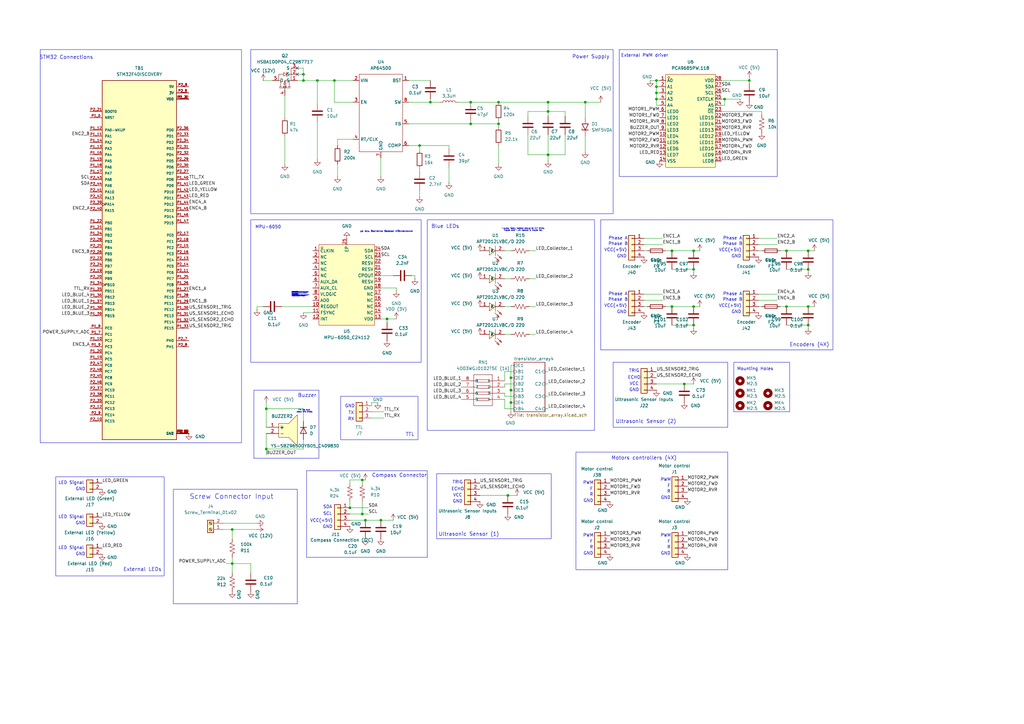
<source format=kicad_sch>
(kicad_sch (version 20250114) (generator "eeschema") (generator_version "9.0")
  (paper "A3")
  (title_block (title "Rover Chassis Controller PCB"))
  (rectangle (start 102.87 20.32) (end 251.46 87.63))
  (rectangle (start 254 20.32) (end 318.77 72.39))
  (rectangle (start 125.73 193.04) (end 175.26 228.6))
  (rectangle (start 71.12 200.66) (end 121.92 247.65))
  (rectangle (start 246.38 90.17) (end 341.63 143.51))
  (rectangle (start 22.86 195.58) (end 67.31 236.22))
  (rectangle (start 175.26 90.17) (end 243.84 176.53))
  (rectangle (start 251.46 148.59) (end 298.45 175.26))
  (rectangle (start 179.07 220.98) (end 226.06 194.31))
  (rectangle (start 236.22 185.42) (end 298.45 233.68))
  (rectangle (start 300.99 148.59) (end 323.85 168.91))
  (rectangle (start 102.87 90.17) (end 172.72 148.59))
  (rectangle (start 104.14 160.02) (end 130.81 187.96))
  (rectangle (start 139.7 162.56) (end 171.45 180.34))
  (rectangle (start 16.51 20.32) (end 99.06 181.61))
  (text "TTL" (at 168.148 178.308 0) (effects (font (size 1.5 1.5))))
  (text "LED Signal\n" (at 29.21 224.79 0) (effects (font (size 1.27 1.27))))
  (text "GND" (at 241.3 227.076 0) (effects (font (size 1.27 1.27))))
  (text "Ultrasonic Sensor (1)" (at 192.278 219.202 0) (effects (font (size 1.5 1.5))))
  (text "F" (at 242.57 200.66 0) (effects (font (size 1.27 1.27))))
  (text "External LEDs" (at 58.42 233.68 0) (effects (font (size 1.5 1.5))))
  (text "VCC(+5V)" (at 299.466 125.476 0) (effects (font (size 1.27 1.27))))
  (text "VCC(+5V)" (at 252.476 125.476 0) (effects (font (size 1.27 1.27))))
  (text "VCC" (at 187.706 203.2 0) (effects (font (size 1.27 1.27))))
  (text "i guess, idealy resistor should be 117 Ohms.\nmaybe later I will replace it. maybe not." (at 214.63 94.234 0) (effects (font (size 0.5 0.5))))
  (text "GND" (at 143.51 166.624 0) (effects (font (size 1.27 1.27))))
  (text "i'm not sure \nabout this diode." (at 124.968 168.656 0) (effects (font (size 0.5 0.5))))
  (text "Phase B" (at 300.482 122.936 0) (effects (font (size 1.27 1.27))))
  (text "Коли використовувати VLOGIC:\nЯкщо ви підключаєте MPU-6050 до мікроконтролера, який працює на логічних рівнях \n1.8В або 5В, тоді ви можете використовувати VLOGIC для встановлення рівнів логіки,\nсумісних із мікроконтролером.\n\nVLOGIC дозволяє забезпечити сумісність між рівнями сигналів I2C (SDA/SCL) \nі рівнями GPIO мікроконтролера.\n\nКоли можна обійтися без VLOGIC:\nЯкщо ваш STM32 працює на 3.3В, як і сам MPU-6050, то VLOGIC підключати не потрібно. \nМодуль буде використовувати рівень логіки, що відповідає живленню VDD (3.3В).\n\nУ цьому випадку ви можете просто залишити пін VLOGIC незадіяним." (at 119.634 120.65 0) (effects (font (size 0.1 0.1)) (justify left)))
  (text "VCC" (at 260.096 157.48 0) (effects (font (size 1.27 1.27))))
  (text "VCC(+5V)" (at 131.826 213.614 0) (effects (font (size 1.27 1.27))))
  (text "Ultrasonic Sensor (2)" (at 264.922 172.974 0) (effects (font (size 1.5 1.5))))
  (text "F" (at 274.32 199.39 0) (effects (font (size 1.27 1.27))))
  (text "F" (at 242.57 222.25 0) (effects (font (size 1.27 1.27))))
  (text "GND" (at 255.016 105.156 0) (effects (font (size 1.27 1.27))))
  (text "TODO:\n7. Resolve all ERC exceptions and warnings.\n9. Recalculate all of the numerical values for scheme, to be sure.\n13. Consider implement Multi unit symbols for IC Arrays.\n15. Include PWR_FLAG, properly.\n\n\n\n\nDONE:\n1. Rework transisor schemes with transistor arrays.\n	1.1 Motor controllers.\n	1.2 External LEDs.\n	1.3 Buzzer.\n2. Rework power supply by taking already in use PMIC in rpi-power-HAT. (Varya PCB).\n3. Find out about accelerometer in STM32 instead of MPU-6050 IMU Module.\n5. Consider TVS diode for the ADC.\n6. Consider organizing everything to different sheets.\n8. Check Buzzer datasheet, 'cause I think there was 3V Operational Voltage.\n\nNext revision:\n10. Integrate Resistor Arrays for Transistor Arrays.\n11. Fix markings\n	11.1 Remove redundant Ohms marks from resistors marking.\n	11.2 Remove spaces between markings value and measurment.\n12. Rearrange VCC and GND symbols for better readibility.\n\nNext revision:\n16. Replace buzzer with an active and SMD one.\n17. Add Ethernet transreciever.\n14. Consider applying shared connection to Resistor Arrays among:\n	14.1 Encoders\n	14.2 Motors\n19. Rework internal LEDs scheme, obtatin LEDs from Varya's PCB.\n4. Replace all Through-a-hole/Leaded elements with SMD.\n	4.1 Capacitors\n	4.2 Resister\n	4.3 Fuse\n	4.4 Diode\n18. Add MPU-6050 module.\n\nNext revision:\n20. Add 25MHz Crystal.\n21. Add RJ45 Connector.\n\nNext revision:\n22. Add RJ45 Connector's LED STM32 Signal.\n\nNext revision:\n23. Populate the pins.\n24. Fix Encoders Connectors.\n\nNext revision:\n25. Changed transistor arrays.\n26. Replaced out-of-stock options.\n\nNext revision:\n27. Remove Ethernet.\n28. Remove Compass.\n29. Replace all the transistors structure to new IC (NXP PCA9685PW,118).\n30. Rearange pins.\n31. Connect all I2C to one bus.\n32. Replaced Power Supply section with a more polished one.\n33. Change order of TTL pins." (at 433.324 68.072 0) (effects (font (size 1.27 1.27)) (justify left)))
  (text "TX\n" (at 144.018 169.418 0) (effects (font (size 1.27 1.27))))
  (text "LED Signal\n" (at 29.21 212.09 0) (effects (font (size 1.27 1.27))))
  (text "F" (at 274.32 222.25 0) (effects (font (size 1.27 1.27))))
  (text "Phase A" (at 300.482 120.65 0) (effects (font (size 1.27 1.27))))
  (text "GND" (at 33.02 200.66 0) (effects (font (size 1.27 1.27))))
  (text "STM32 Connections" (at 27.178 23.622 0) (effects (font (size 1.5 1.5))))
  (text "R" (at 242.57 202.946 0) (effects (font (size 1.27 1.27))))
  (text "GND" (at 187.706 205.74 0) (effects (font (size 1.27 1.27))))
  (text "Compass Connector\n" (at 163.83 195.072 0) (effects (font (size 1.5 1.5))))
  (text "GND" (at 260.096 160.02 0) (effects (font (size 1.27 1.27))))
  (text "GND" (at 33.02 214.63 0) (effects (font (size 1.27 1.27))))
  (text "Phase B" (at 300.482 100.076 0) (effects (font (size 1.27 1.27))))
  (text "Encoders (4X)" (at 331.978 141.478 0) (effects (font (size 1.5 1.5))))
  (text "Phase A" (at 300.482 97.79 0) (effects (font (size 1.27 1.27))))
  (text "ECHO" (at 260.096 154.94 0) (effects (font (size 1.27 1.27))))
  (text "GND" (at 255.016 128.016 0) (effects (font (size 1.27 1.27))))
  (text "Screw Connector Input" (at 77.724 204.978 0) (effects (font (size 2 2)) (justify left bottom)))
  (text "TRIG" (at 187.706 197.866 0) (effects (font (size 1.27 1.27))))
  (text "GND" (at 273.05 227.076 0) (effects (font (size 1.27 1.27))))
  (text "LED Signal\n" (at 29.21 198.12 0) (effects (font (size 1.27 1.27))))
  (text "VCC(+5V)" (at 299.466 102.616 0) (effects (font (size 1.27 1.27))))
  (text "MPU-6050" (at 109.982 93.218 0) (effects (font (size 1.27 1.27))))
  (text "GND" (at 33.02 227.33 0) (effects (font (size 1.27 1.27))))
  (text "Motors controllers (4X)" (at 264.16 187.96 0) (effects (font (size 1.5 1.5))))
  (text "GND" (at 302.006 105.156 0) (effects (font (size 1.27 1.27))))
  (text "Mounting Holes" (at 302.26 152.146 0) (effects (font (size 1.27 1.27)) (justify left bottom)))
  (text "ECHO" (at 187.706 200.66 0) (effects (font (size 1.27 1.27))))
  (text "R" (at 242.57 224.536 0) (effects (font (size 1.27 1.27))))
  (text "PWM" (at 241.3 198.12 0) (effects (font (size 1.27 1.27))))
  (text "R" (at 274.32 224.536 0) (effects (font (size 1.27 1.27))))
  (text "GND" (at 134.366 216.154 0) (effects (font (size 1.27 1.27))))
  (text "PWM" (at 241.3 219.71 0) (effects (font (size 1.27 1.27))))
  (text "GND" (at 273.05 204.216 0) (effects (font (size 1.27 1.27))))
  (text "GND" (at 302.006 128.016 0) (effects (font (size 1.27 1.27))))
  (text "PWM" (at 273.05 219.71 0) (effects (font (size 1.27 1.27))))
  (text "R" (at 274.32 201.676 0) (effects (font (size 1.27 1.27))))
  (text "Phase B" (at 253.492 122.936 0) (effects (font (size 1.27 1.27))))
  (text "Blue LEDs" (at 182.626 92.964 0) (effects (font (size 1.5 1.5))))
  (text "Phase A" (at 253.492 97.79 0) (effects (font (size 1.27 1.27))))
  (text "TRIG" (at 260.096 152.146 0) (effects (font (size 1.27 1.27))))
  (text "VCC(+5V)" (at 252.476 102.616 0) (effects (font (size 1.27 1.27))))
  (text "Phase B" (at 253.492 100.076 0) (effects (font (size 1.27 1.27))))
  (text "RX" (at 144.018 171.958 0) (effects (font (size 1.27 1.27))))
  (text "Power Supply" (at 242.316 23.368 0) (effects (font (size 1.5 1.5))))
  (text "SDA " (at 134.874 208.026 0) (effects (font (size 1.27 1.27))))
  (text "Phase A" (at 253.492 120.65 0) (effects (font (size 1.27 1.27))))
  (text "це ось достатнє базове підключення" (at 147.574 94.996 0) (effects (font (size 0.75 0.75)) (justify left)))
  (text "SCL" (at 134.366 210.82 0) (effects (font (size 1.27 1.27))))
  (text "Buzzer" (at 125.984 162.306 0) (effects (font (size 1.5 1.5))))
  (text "External PWM driver" (at 264.414 22.86 0) (effects (font (size 1.27 1.27))))
  (text "PWM" (at 273.05 196.85 0) (effects (font (size 1.27 1.27))))
  (text "GND" (at 241.3 205.486 0) (effects (font (size 1.27 1.27))))
  (junction (at 95.25 231.14))
  (junction (at 148.59 210.82))
  (junction (at 158.75 130.81))
  (junction (at 275.59 102.87))
  (junction (at 240.03 41.91))
  (junction (at 307.34 33.02))
  (junction (at 269.24 35.56))
  (junction (at 269.24 38.1))
  (junction (at 130.175 33.02))
  (junction (at 156.21 213.36))
  (junction (at 172.085 59.69))
  (junction (at 284.48 110.49))
  (junction (at 224.79 41.91))
  (junction (at 209.55 165.1))
  (junction (at 208.28 203.2))
  (junction (at 275.59 125.73))
  (junction (at 284.48 102.87))
  (junction (at 297.18 40.64))
  (junction (at 322.58 125.73))
  (junction (at 176.53 41.91))
  (junction (at 193.04 50.8))
  (junction (at 280.67 157.48))
  (junction (at 284.48 133.35))
  (junction (at 204.47 41.91))
  (junction (at 124.46 33.02))
  (junction (at 269.24 40.64))
  (junction (at 331.47 133.35))
  (junction (at 137.16 33.02))
  (junction (at 284.48 125.73))
  (junction (at 322.58 102.87))
  (junction (at 193.04 41.91))
  (junction (at 331.47 125.73))
  (junction (at 331.47 102.87))
  (junction (at 143.51 208.28))
  (junction (at 109.22 167.64))
  (junction (at 149.86 213.36))
  (junction (at 269.24 33.02))
  (junction (at 209.55 160.02))
  (junction (at 95.25 217.17))
  (junction (at 204.47 50.8))
  (junction (at 224.79 63.5))
  (junction (at 331.47 110.49))
  (junction (at 124.46 30.48))
  (junction (at 224.79 45.72))
  (junction (at 148.59 196.85))
  (junction (at 109.22 184.15))
  (junction (at 209.55 154.94))
  (no_connect (at 121.92 30.48))
  (no_connect (at 121.92 27.94))
  (wire (pts (xy 156.21 213.36) (xy 161.29 213.36)))
  (wire (pts (xy 280.67 157.48) (xy 284.48 157.48)))
  (wire (pts (xy 105.41 125.73) (xy 105.41 127)))
  (wire (pts (xy 207.01 137.16) (xy 209.55 137.16)))
  (wire (pts (xy 176.53 40.64) (xy 176.53 41.91)))
  (wire (pts (xy 224.79 157.48) (xy 223.52 157.48)))
  (wire (pts (xy 217.17 114.3) (xy 219.71 114.3)))
  (wire (pts (xy 137.16 33.02) (xy 144.78 33.02)))
  (wire (pts (xy 209.55 154.94) (xy 209.55 160.02)))
  (wire (pts (xy 149.86 196.85) (xy 148.59 196.85)))
  (wire (pts (xy 210.82 167.64) (xy 207.01 167.64)))
  (wire (pts (xy 240.03 55.88) (xy 240.03 62.23)))
  (wire (pts (xy 307.34 33.02) (xy 307.34 34.29)))
  (wire (pts (xy 138.43 57.15) (xy 138.43 59.69)))
  (wire (pts (xy 240.03 41.91) (xy 246.38 41.91)))
  (wire (pts (xy 312.42 125.73) (xy 311.15 125.73)))
  (wire (pts (xy 224.79 41.91) (xy 224.79 45.72)))
  (wire (pts (xy 124.46 27.94) (xy 124.46 30.48)))
  (wire (pts (xy 193.04 50.8) (xy 193.04 49.53)))
  (wire (pts (xy 264.16 120.65) (xy 271.78 120.65)))
  (wire (pts (xy 124.46 33.02) (xy 130.175 33.02)))
  (wire (pts (xy 115.57 125.73) (xy 128.27 125.73)))
  (wire (pts (xy 284.48 102.87) (xy 287.02 102.87)))
  (wire (pts (xy 207.01 162.56) (xy 207.01 161.29)))
  (wire (pts (xy 137.16 41.91) (xy 144.78 41.91)))
  (wire (pts (xy 156.21 130.81) (xy 158.75 130.81)))
  (wire (pts (xy 172.085 59.69) (xy 184.15 59.69)))
  (wire (pts (xy 210.82 157.48) (xy 207.01 157.48)))
  (wire (pts (xy 156.21 64.77) (xy 156.21 72.39)))
  (wire (pts (xy 210.82 152.4) (xy 207.01 152.4)))
  (wire (pts (xy 312.42 45.72) (xy 312.42 46.99)))
  (wire (pts (xy 322.58 102.87) (xy 331.47 102.87)))
  (wire (pts (xy 109.22 165.1) (xy 109.22 167.64)))
  (wire (pts (xy 170.18 113.03) (xy 168.91 113.03)))
  (wire (pts (xy 284.48 134.62) (xy 284.48 133.35)))
  (wire (pts (xy 184.15 59.69) (xy 184.15 60.96)))
  (wire (pts (xy 158.75 130.81) (xy 162.56 130.81)))
  (wire (pts (xy 322.58 110.49) (xy 331.47 110.49)))
  (wire (pts (xy 224.79 45.72) (xy 224.79 47.625)))
  (wire (pts (xy 95.25 217.17) (xy 105.41 217.17)))
  (wire (pts (xy 311.15 120.65) (xy 318.77 120.65)))
  (wire (pts (xy 269.24 38.1) (xy 270.51 38.1)))
  (wire (pts (xy 275.59 125.73) (xy 284.48 125.73)))
  (wire (pts (xy 231.775 55.245) (xy 231.775 63.5)))
  (wire (pts (xy 331.47 125.73) (xy 334.01 125.73)))
  (wire (pts (xy 217.17 125.73) (xy 219.71 125.73)))
  (wire (pts (xy 210.82 149.86) (xy 209.55 149.86)))
  (wire (pts (xy 320.04 102.87) (xy 322.58 102.87)))
  (wire (pts (xy 167.64 33.02) (xy 176.53 33.02)))
  (wire (pts (xy 172.085 69.215) (xy 172.085 70.485)))
  (wire (pts (xy 109.22 167.64) (xy 109.22 175.26)))
  (wire (pts (xy 295.91 43.18) (xy 297.18 43.18)))
  (wire (pts (xy 156.21 118.11) (xy 162.56 118.11)))
  (wire (pts (xy 204.47 41.91) (xy 224.79 41.91)))
  (wire (pts (xy 130.175 33.02) (xy 137.16 33.02)))
  (wire (pts (xy 280.67 157.48) (xy 269.24 157.48)))
  (wire (pts (xy 208.28 203.2) (xy 212.09 203.2)))
  (wire (pts (xy 116.84 39.37) (xy 116.84 48.26)))
  (wire (pts (xy 216.535 55.245) (xy 216.535 63.5)))
  (wire (pts (xy 148.59 210.82) (xy 148.59 205.74)))
  (wire (pts (xy 124.46 184.15) (xy 109.22 184.15)))
  (wire (pts (xy 95.25 231.14) (xy 95.25 228.6)))
  (wire (pts (xy 275.59 133.35) (xy 284.48 133.35)))
  (wire (pts (xy 143.51 196.85) (xy 148.59 196.85)))
  (wire (pts (xy 137.16 33.02) (xy 137.16 41.91)))
  (wire (pts (xy 297.18 43.18) (xy 297.18 40.64)))
  (wire (pts (xy 269.24 43.18) (xy 270.51 43.18)))
  (wire (pts (xy 148.59 210.82) (xy 151.13 210.82)))
  (wire (pts (xy 143.51 208.28) (xy 143.51 205.74)))
  (wire (pts (xy 269.24 35.56) (xy 269.24 38.1)))
  (wire (pts (xy 311.15 97.79) (xy 318.77 97.79)))
  (wire (pts (xy 240.03 41.91) (xy 240.03 48.26)))
  (wire (pts (xy 217.17 137.16) (xy 219.71 137.16)))
  (wire (pts (xy 172.085 78.105) (xy 172.085 80.645)))
  (wire (pts (xy 266.7 33.02) (xy 269.24 33.02)))
  (wire (pts (xy 320.04 125.73) (xy 322.58 125.73)))
  (wire (pts (xy 275.59 110.49) (xy 284.48 110.49)))
  (wire (pts (xy 269.24 40.64) (xy 270.51 40.64)))
  (wire (pts (xy 331.47 111.76) (xy 331.47 110.49)))
  (wire (pts (xy 273.05 125.73) (xy 275.59 125.73)))
  (wire (pts (xy 130.175 50.165) (xy 130.175 65.405)))
  (wire (pts (xy 210.82 160.02) (xy 209.55 160.02)))
  (wire (pts (xy 204.47 59.69) (xy 204.47 67.31)))
  (wire (pts (xy 210.82 154.94) (xy 209.55 154.94)))
  (wire (pts (xy 224.79 63.5) (xy 216.535 63.5)))
  (wire (pts (xy 95.25 231.14) (xy 102.87 231.14)))
  (wire (pts (xy 223.52 167.64) (xy 224.79 167.64)))
  (wire (pts (xy 176.53 41.91) (xy 180.34 41.91)))
  (wire (pts (xy 217.17 102.87) (xy 219.71 102.87)))
  (wire (pts (xy 124.46 172.72) (xy 124.46 167.64)))
  (wire (pts (xy 95.25 231.14) (xy 95.25 234.95)))
  (wire (pts (xy 209.55 165.1) (xy 210.82 165.1)))
  (wire (pts (xy 161.29 113.03) (xy 156.21 113.03)))
  (wire (pts (xy 172.085 61.595) (xy 172.085 59.69)))
  (wire (pts (xy 167.64 41.91) (xy 176.53 41.91)))
  (wire (pts (xy 295.91 40.64) (xy 297.18 40.64)))
  (wire (pts (xy 158.75 130.81) (xy 158.75 132.08)))
  (wire (pts (xy 121.92 27.94) (xy 124.46 27.94)))
  (wire (pts (xy 116.84 55.88) (xy 116.84 67.31)))
  (wire (pts (xy 223.52 162.56) (xy 224.79 162.56)))
  (wire (pts (xy 322.58 125.73) (xy 331.47 125.73)))
  (wire (pts (xy 92.71 231.14) (xy 95.25 231.14)))
  (wire (pts (xy 209.55 168.91) (xy 209.55 165.1)))
  (wire (pts (xy 167.64 50.8) (xy 193.04 50.8)))
  (wire (pts (xy 109.22 177.8) (xy 109.22 184.15)))
  (wire (pts (xy 148.59 196.85) (xy 148.59 198.12)))
  (wire (pts (xy 331.47 134.62) (xy 331.47 133.35)))
  (wire (pts (xy 157.48 168.91) (xy 152.4 168.91)))
  (wire (pts (xy 311.15 123.19) (xy 318.77 123.19)))
  (wire (pts (xy 207.01 152.4) (xy 207.01 156.21)))
  (wire (pts (xy 224.79 41.91) (xy 240.03 41.91)))
  (wire (pts (xy 210.82 162.56) (xy 207.01 162.56)))
  (wire (pts (xy 312.42 102.87) (xy 311.15 102.87)))
  (wire (pts (xy 157.48 171.45) (xy 152.4 171.45)))
  (wire (pts (xy 265.43 102.87) (xy 264.16 102.87)))
  (wire (pts (xy 196.85 203.2) (xy 208.28 203.2)))
  (wire (pts (xy 216.535 45.72) (xy 224.79 45.72)))
  (wire (pts (xy 209.55 149.86) (xy 209.55 154.94)))
  (wire (pts (xy 207.01 167.64) (xy 207.01 163.83)))
  (wire (pts (xy 170.18 113.03) (xy 170.18 114.3)))
  (wire (pts (xy 107.95 125.73) (xy 105.41 125.73)))
  (wire (pts (xy 307.34 31.75) (xy 307.34 33.02)))
  (wire (pts (xy 162.56 118.11) (xy 162.56 119.38)))
  (wire (pts (xy 216.535 45.72) (xy 216.535 47.625)))
  (wire (pts (xy 231.775 63.5) (xy 224.79 63.5)))
  (wire (pts (xy 297.18 40.64) (xy 303.53 40.64)))
  (wire (pts (xy 124.46 30.48) (xy 124.46 33.02)))
  (wire (pts (xy 124.46 128.27) (xy 128.27 128.27)))
  (wire (pts (xy 265.43 125.73) (xy 264.16 125.73)))
  (wire (pts (xy 91.44 214.63) (xy 105.41 214.63)))
  (wire (pts (xy 187.96 41.91) (xy 193.04 41.91)))
  (wire (pts (xy 295.91 45.72) (xy 312.42 45.72)))
  (wire (pts (xy 264.16 123.19) (xy 271.78 123.19)))
  (wire (pts (xy 167.64 59.69) (xy 172.085 59.69)))
  (wire (pts (xy 273.05 102.87) (xy 275.59 102.87)))
  (wire (pts (xy 209.55 160.02) (xy 209.55 165.1)))
  (wire (pts (xy 204.47 50.8) (xy 204.47 49.53)))
  (wire (pts (xy 143.51 213.36) (xy 149.86 213.36)))
  (wire (pts (xy 269.24 38.1) (xy 269.24 40.64)))
  (wire (pts (xy 149.86 213.36) (xy 156.21 213.36)))
  (wire (pts (xy 193.04 41.91) (xy 204.47 41.91)))
  (wire (pts (xy 207.01 114.3) (xy 209.55 114.3)))
  (wire (pts (xy 121.92 33.02) (xy 124.46 33.02)))
  (wire (pts (xy 184.15 68.58) (xy 184.15 74.93)))
  (wire (pts (xy 91.44 217.17) (xy 95.25 217.17)))
  (wire (pts (xy 193.04 50.8) (xy 204.47 50.8)))
  (wire (pts (xy 207.01 157.48) (xy 207.01 158.75)))
  (wire (pts (xy 121.92 30.48) (xy 124.46 30.48)))
  (wire (pts (xy 275.59 102.87) (xy 284.48 102.87)))
  (wire (pts (xy 264.16 97.79) (xy 271.78 97.79)))
  (wire (pts (xy 284.48 125.73) (xy 287.02 125.73)))
  (wire (pts (xy 224.79 55.245) (xy 224.79 63.5)))
  (wire (pts (xy 102.87 231.14) (xy 102.87 234.95)))
  (wire (pts (xy 269.24 40.64) (xy 269.24 43.18)))
  (wire (pts (xy 143.51 210.82) (xy 148.59 210.82)))
  (wire (pts (xy 223.52 152.4) (xy 224.79 152.4)))
  (wire (pts (xy 95.25 217.17) (xy 95.25 220.98)))
  (wire (pts (xy 204.47 50.8) (xy 204.47 52.07)))
  (wire (pts (xy 322.58 133.35) (xy 331.47 133.35)))
  (wire (pts (xy 143.51 198.12) (xy 143.51 196.85)))
  (wire (pts (xy 107.95 33.02) (xy 111.76 33.02)))
  (wire (pts (xy 224.79 63.5) (xy 224.79 66.04)))
  (wire (pts (xy 284.48 111.76) (xy 284.48 110.49)))
  (wire (pts (xy 130.175 33.02) (xy 130.175 42.545)))
  (wire (pts (xy 264.16 100.33) (xy 271.78 100.33)))
  (wire (pts (xy 138.43 67.31) (xy 138.43 72.39)))
  (wire (pts (xy 144.78 57.15) (xy 138.43 57.15)))
  (wire (pts (xy 152.4 165.1) (xy 152.4 166.37)))
  (wire (pts (xy 124.46 180.34) (xy 124.46 184.15)))
  (wire (pts (xy 295.91 33.02) (xy 307.34 33.02)))
  (wire (pts (xy 224.79 45.72) (xy 231.775 45.72)))
  (wire (pts (xy 124.46 167.64) (xy 109.22 167.64)))
  (wire (pts (xy 270.51 33.02) (xy 269.24 33.02)))
  (wire (pts (xy 270.51 35.56) (xy 269.24 35.56)))
  (wire (pts (xy 207.01 125.73) (xy 209.55 125.73)))
  (wire (pts (xy 311.15 100.33) (xy 318.77 100.33)))
  (wire (pts (xy 207.01 102.87) (xy 209.55 102.87)))
  (wire (pts (xy 231.775 45.72) (xy 231.775 47.625)))
  (wire (pts (xy 269.24 33.02) (xy 269.24 35.56)))
  (wire (pts (xy 143.51 208.28) (xy 151.13 208.28)))
  (wire (pts (xy 154.94 165.1) (xy 152.4 165.1)))
  (wire (pts (xy 331.47 102.87) (xy 334.01 102.87)))
  (wire (pts (xy 109.22 184.15) (xy 109.22 186.69)))
  (label "LED_YELLOW" (at 295.91 55.88 0))
  (label "ENC3_B" (at 271.78 123.19 0))
  (label "MOTOR4_FWD" (at 295.91 60.96 0))
  (label "LED_BLUE_1" (at 36.83 124.46 180))
  (label "ENC1_A" (at 77.47 119.38 0))
  (label "LED_RED" (at 270.51 63.5 180))
  (label "MOTOR2_PWM" (at 281.94 196.85 0))
  (label "TTL_TX" (at 77.47 73.66 0))
  (label "LED_RED" (at 77.47 81.28 0))
  (label "TTL_TX" (at 157.48 168.91 0))
  (label "SDA" (at 151.13 208.28 0))
  (label "MOTOR4_FWD" (at 281.94 222.25 0))
  (label "US_SENSOR1_ECHO" (at 196.85 200.66 0))
  (label "ENC4_B" (at 77.47 86.36 0))
  (label "BUZZER_OUT" (at 270.51 53.34 180))
  (label "ETH_RXD1" (at -11.43 64.77 180))
  (label "MOTOR3_RVR" (at 250.19 224.79 0))
  (label "LED_YELLOW" (at 41.91 212.09 0))
  (label "MOTOR1_FWD" (at 250.19 200.66 0))
  (label "TTL_RX" (at 36.83 119.38 180))
  (label "US_SENSOR2_TRIG" (at 77.47 134.62 0))
  (label "MOTOR3_FWD" (at 250.19 222.25 0))
  (label "MOTOR3_PWM" (at 295.91 48.26 0))
  (label "BUZZER_OUT" (at 109.22 186.69 0))
  (label "LED_Collector_4" (at 219.71 137.16 0))
  (label "US_SENSOR2_TRIG" (at 269.24 152.4 0))
  (label "ENC2_B" (at 318.77 100.33 0))
  (label "POWER_SUPPLY_ADC" (at 92.71 231.14 180))
  (label "MOTOR2_PWM" (at 270.51 55.88 180))
  (label "ENC2_A" (at 318.77 97.79 0))
  (label "MOTOR4_RVR" (at 295.91 63.5 0))
  (label "MOTOR4_PWM" (at 281.94 219.71 0))
  (label "LED_Collector_4" (at 224.79 167.64 0))
  (label "ETH_REF_CLK" (at -11.43 46.99 180))
  (label "ETH_TXD1" (at -11.43 57.15 180))
  (label "LED_BLUE_3" (at 36.83 129.54 180))
  (label "MOTOR1_RVR" (at 270.51 50.8 180))
  (label "ETH_CRS_DV" (at -11.43 39.37 180))
  (label "SDA" (at 295.91 35.56 0))
  (label "ENC4_A" (at 318.77 120.65 0))
  (label "LED_Collector_3" (at 224.79 162.56 0))
  (label "ENC4_A" (at 77.47 83.82 0))
  (label "TTL_RX" (at 157.48 171.45 0))
  (label "LED_BLUE_3" (at 189.23 161.29 180))
  (label "LED_GREEN" (at 295.91 66.04 0))
  (label "MOTOR3_FWD" (at 295.91 50.8 0))
  (label "LED_Collector_1" (at 219.71 102.87 0))
  (label "SCL" (at 295.91 38.1 0))
  (label "MOTOR2_RVR" (at 270.51 60.96 180))
  (label "SCL" (at 156.21 105.41 0))
  (label "ENC1_A" (at 271.78 97.79 0))
  (label "LED_RED" (at 41.91 224.79 0))
  (label "LED_BLUE_1" (at 189.23 156.21 180))
  (label "MOTOR3_PWM" (at 250.19 219.71 0))
  (label "US_SENSOR1_TRIG" (at 196.85 198.12 0))
  (label "SDA" (at 156.21 102.87 0))
  (label "LED_BLUE_4" (at 36.83 121.92 180))
  (label "LED_BLUE_2" (at 189.23 158.75 180))
  (label "LED_Collector_3" (at 219.71 125.73 0))
  (label "ENC3_A" (at 36.83 142.24 180))
  (label "MOTOR2_FWD" (at 281.94 199.39 0))
  (label "SDA" (at 36.83 76.2 180))
  (label "MOTOR4_PWM" (at 295.91 58.42 0))
  (label "ETH_MDIO" (at -11.43 44.45 180))
  (label "ETH_MDC" (at -11.43 59.69 180))
  (label "MOTOR2_FWD" (at 270.51 58.42 180))
  (label "US_SENSOR1_ECHO" (at 77.47 129.54 0))
  (label "LED_Collector_1" (at 224.79 152.4 0))
  (label "ETH_TX_EN" (at -11.43 52.07 180))
  (label "LED_Collector_2" (at 219.71 114.3 0))
  (label "LED_GREEN" (at 41.91 198.12 0))
  (label "ENC1_B" (at 271.78 100.33 0))
  (label "POWER_SUPPLY_ADC" (at 36.83 137.16 180))
  (label "ENC3_A" (at 271.78 120.65 0))
  (label "MOTOR1_PWM" (at 270.51 45.72 180))
  (label "ETH_RXD0" (at -11.43 62.23 180))
  (label "ENC2_B" (at 36.83 55.88 180))
  (label "ETH_TXD0" (at -11.43 54.61 180))
  (label "MOTOR2_RVR" (at 281.94 201.93 0))
  (label "LED_Collector_2" (at 224.79 157.48 0))
  (label "LED_YELLOW" (at 77.47 78.74 0))
  (label "MOTOR3_RVR" (at 295.91 53.34 0))
  (label "MOTOR1_FWD" (at 270.51 48.26 180))
  (label "US_SENSOR1_TRIG" (at 77.47 127 0))
  (label "ENC2_A" (at 36.83 86.36 180))
  (label "ENC3_B" (at 36.83 104.14 180))
  (label "LED_BLUE_2" (at 36.83 127 180))
  (label "ENC4_B" (at 318.77 123.19 0))
  (label "MOTOR1_RVR" (at 250.19 203.2 0))
  (label "SCL" (at 151.13 210.82 0))
  (label "US_SENSOR2_ECHO" (at 269.24 154.94 0))
  (label "SCL" (at 36.83 73.66 180))
  (label "MOTOR1_PWM" (at 250.19 198.12 0))
  (label "LED_BLUE_4" (at 189.23 163.83 180))
  (label "LED_GREEN" (at 77.47 76.2 0))
  (label "US_SENSOR2_ECHO" (at 77.47 132.08 0))
  (label "ENC1_B" (at 77.47 124.46 0))
  (label "MOTOR4_RVR" (at 281.94 224.79 0))
  (symbol (lib_id "power:VDD") (at 162.56 130.81 0) (unit 1)
    (property "Reference" "#PWR098" (effects (hide yes)))
    (property "Value" "VDD (3V)" (at 162.56 126.746 0))
    (property "Description" "Power symbol creates a global label with name \"VDD\"" (effects (hide yes)))
  )
  (symbol (lib_id "Device:C") (at 158.75 135.89 0) (mirror x) (unit 1)
    (property "Reference" "C33" (at 167.386 134.62 0) (effects (justify right)))
    (property "Value" "0.1uF" (at 167.386 137.16 0) (effects (justify right)))
    (property "Footprint" "Capacitor_SMD:C_0805_2012Metric" (effects (hide yes)))
    (property "Description" "Unpolarized capacitor" (effects (hide yes)))
    (property "LCSC" "https://www.lcsc.com/product-detail/Multilayer-Ceramic-Capacitors-MLCC-SMD-SMT_YAGEO-CC0603KRX7R9BB104_C14663.html?s_z=n_100nf%2520smd" (effects (hide yes)))
    (property "LCSC Part" "C49678" (effects (hide yes)))
  )
  (symbol (lib_id "Device:C") (at 165.1 113.03 90) (unit 1)
    (property "Reference" "C34" (at 165.1 105.41 90))
    (property "Value" "2.2nF" (at 165.1 107.95 90))
    (property "Footprint" "Capacitor_SMD:C_0805_2012Metric" (effects (hide yes)))
    (property "Description" "Unpolarized capacitor" (effects (hide yes)))
    (property "LCSC Part" "C28260" (effects (hide yes)))
  )
  (symbol (lib_id "power:GND") (at 269.24 160.02 0) (mirror y) (unit 1)
    (property "Reference" "#PWR0157" (effects (hide yes)))
    (property "Value" "GND" (at 271.78 161.2899 0) (effects (justify right)))
    (property "Description" "Power symbol creates a global label with name \"GND\" , ground" (effects (hide yes)))
  )
  (symbol (lib_id "HSBA100P04:HSBA100P04_C2987717") (at 116.84 33.02 90) (unit 1)
    (property "Reference" "Q2" (at 116.84 22.86 90))
    (property "Value" "HSBA100P04_C2987717" (at 116.84 25.4 90))
    (property "Footprint" "easyeda2kicad:DFN-8_L5.7-W5.1-P1.27-LS6.1-BL-1" (effects (hide yes)))
    (property "Datasheet" "https://www.lcsc.com/datasheet/lcsc_datasheet_2410121629_HUASHUO-HSBA100P04_C2987717.pdf" (effects (hide yes)))
    (property "LCSC" "C2987717" (effects (hide yes)))
    (property "LCSC Part" "C2987717" (effects (hide yes)))
  )
  (symbol (lib_id "power:GND") (at 331.47 134.62 0) (mirror y) (unit 1)
    (property "Reference" "#PWR0181" (effects (hide yes)))
    (property "Value" "GND" (effects (hide yes)))
    (property "Description" "Power symbol creates a global label with name \"GND\" , ground" (effects (hide yes)))
  )
  (symbol (lib_id "Connector_Generic:Conn_01x02") (at 36.83 212.09 0) (mirror y) (unit 1)
    (property "Reference" "J16" (at 36.83 220.98 0))
    (property "Value" "External LED (Yellow)" (at 36.83 218.44 0))
    (property "Footprint" "Connector_JST:JST_PH_B2B-PH-K_1x02_P2.00mm_Vertical" (effects (hide yes)))
    (property "Description" "Generic connector, single row, 01x02, script generated (kicad-library-utils/schlib/autogen/connector/)" (effects (hide yes)))
    (property "LCSC Part" "C495693" (effects (hide yes)))
  )
  (symbol (lib_id "power:GND") (at 41.91 200.66 0) (mirror y) (unit 1)
    (property "Reference" "#PWR082" (effects (hide yes)))
    (property "Value" "GND" (at 45.974 201.676 0))
    (property "Description" "Power symbol creates a global label with name \"GND\" , ground" (effects (hide yes)))
  )
  (symbol (lib_id "power:VCC") (at 196.85 102.87 0) (mirror y) (unit 1)
    (property "Reference" "#PWR023" (effects (hide yes)))
    (property "Value" "VCC (5V)" (at 193.802 101.6 0) (effects (justify left)))
    (property "Description" "Power symbol creates a global label with name \"VCC\"" (effects (hide yes)))
  )
  (symbol (lib_id "power:GND") (at 303.53 40.64 0) (unit 1)
    (property "Reference" "#PWR08" (effects (hide yes)))
    (property "Value" "GND" (at 302.26 39.116 0))
  )
  (symbol (lib_id "power:GND") (at 208.28 210.82 0) (mirror y) (unit 1)
    (property "Reference" "#PWR036" (effects (hide yes)))
    (property "Value" "GND" (at 210.82 212.0901 0) (effects (justify right)))
    (property "Description" "Power symbol creates a global label with name \"GND\" , ground" (effects (hide yes)))
  )
  (symbol (lib_id "power:GND") (at 284.48 134.62 0) (mirror y) (unit 1)
    (property "Reference" "#PWR0184" (effects (hide yes)))
    (property "Value" "GND" (effects (hide yes)))
    (property "Description" "Power symbol creates a global label with name \"GND\" , ground" (effects (hide yes)))
  )
  (symbol (lib_id "Mechanical:MountingHole") (at 314.96 166.37 0) (unit 1)
    (property "Reference" "MK4" (at 317.5 165.2016 0) (effects (justify left)))
    (property "Value" "M2.5" (at 317.5 167.513 0) (effects (justify left)))
    (property "Footprint" "MountingHole:MountingHole_2.7mm_M2.5_Pad" (effects (hide yes)))
  )
  (symbol (lib_id "power:GND") (at 307.34 41.91 0) (unit 1)
    (property "Reference" "#PWR04" (effects (hide yes)))
    (property "Value" "GND" (at 311.15 43.942 0))
  )
  (symbol (lib_id "power:VCC") (at 105.41 217.17 270) (unit 1)
    (property "Reference" "#PWR030" (effects (hide yes)))
    (property "Value" "VCC (12V)" (at 106.934 219.71 90))
  )
  (symbol (lib_id "power:GND") (at 184.15 74.93 0) (unit 1)
    (property "Reference" "#PWR011" (effects (hide yes)))
    (property "Value" "GND" (at 184.15 80.01 0))
  )
  (symbol (lib_id "Mechanical:MountingHole") (at 303.53 161.29 0) (unit 1)
    (property "Reference" "MK1" (at 306.07 160.1216 0) (effects (justify left)))
    (property "Value" "M2.5" (at 306.07 162.433 0) (effects (justify left)))
    (property "Footprint" "MountingHole:MountingHole_2.7mm_M2.5_Pad" (effects (hide yes)))
  )
  (symbol (lib_id "power:GND") (at 240.03 62.23 0) (unit 1)
    (property "Reference" "#PWR014" (effects (hide yes)))
    (property "Value" "GND" (at 240.03 66.675 0))
  )
  (symbol (lib_id "C24112:MPU-6050_C24112") (at 142.24 116.84 0) (unit 1)
    (property "Reference" "U5" (at 142.24 135.89 0))
    (property "Value" "MPU-6050_C24112" (at 142.24 138.43 0))
    (property "Footprint" "easyeda2kicad:QFN-24_L4.0-W4.0-P0.50-BL-EP2.6" (effects (hide yes)))
    (property "Datasheet" "https://lcsc.com/product-detail/Sensors_InvenSense_MPU6050_MPU-6050_C24112.html" (effects (hide yes)))
    (property "LCSC Part" "C24112" (effects (hide yes)))
  )
  (symbol (lib_id "C5879383:APT2012LVBC_D") (at 201.93 102.87 0) (unit 1)
    (property "Reference" "U1" (at 203.2 96.52 0))
    (property "Value" "APT2012LVBC/D" (at 203.2 99.06 0))
    (property "Footprint" "easyeda2kicad:LED-SMD_L2.0-W1.3-R-RD" (effects (hide yes)))
    (property "LCSC Part" "C5879383" (effects (hide yes)))
  )
  (symbol (lib_id "power:GND") (at 250.19 227.33 0) (mirror y) (unit 1)
    (property "Reference" "#PWR019" (effects (hide yes)))
    (property "Value" "GND" (at 247.142 230.886 0))
    (property "Description" "Power symbol creates a global label with name \"GND\" , ground" (effects (hide yes)))
  )
  (symbol (lib_id "Device:Fuse") (at 316.23 102.87 90) (mirror x) (unit 1)
    (property "Reference" "F1" (at 316.23 109.22 90))
    (property "Value" "Fuse" (at 316.23 106.68 90))
    (property "Footprint" "Fuse:Fuse_1812_4532Metric" (effects (hide yes)))
    (property "Description" "Fuse" (effects (hide yes)))
    (property "LCSC" "https://www.lcsc.com/product-detail/Resettable-Fuses_BNstar-SMD1812-030C-30V_C2760284.html?s_z=n_smd%2520fuse%25200.3A" (effects (hide yes)))
    (property "LCSC Part" "C2760284" (effects (hide yes)))
  )
  (symbol (lib_id "power:GND") (at 158.75 139.7 0) (unit 1)
    (property "Reference" "#PWR096" (effects (hide yes)))
    (property "Value" "GND" (at 158.75 144.78 0))
    (property "Description" "Power symbol creates a global label with name \"GND\" , ground" (effects (hide yes)))
  )
  (symbol (lib_id "Diode:SMF5V0A") (at 240.03 52.07 90) (unit 1)
    (property "Reference" "D1" (at 242.57 50.7999 90) (effects (justify right)))
    (property "Value" "SMF5V0A" (at 242.57 53.3399 90) (effects (justify right)))
    (property "Footprint" "Diode_SMD:D_SMF" (effects (hide yes)))
    (property "Datasheet" "https://www.vishay.com/doc?85881" (effects (hide yes)))
    (property "LCSC" "C42387343" (effects (hide yes)))
    (property "LCSC Part" "C42387343" (effects (hide yes)))
  )
  (symbol (lib_id "Device:C") (at 331.47 106.68 0) (mirror x) (unit 1)
    (property "Reference" "C98" (at 329.438 108.204 0) (effects (justify right)))
    (property "Value" "0.1uF" (at 329.438 110.744 0) (effects (justify right)))
    (property "Footprint" "Capacitor_SMD:C_0805_2012Metric" (effects (hide yes)))
    (property "Description" "Unpolarized capacitor" (effects (hide yes)))
    (property "LCSC" "https://www.lcsc.com/product-detail/Multilayer-Ceramic-Capacitors-MLCC-SMD-SMT_YAGEO-CC0603KRX7R9BB104_C14663.html?s_z=n_100nf%2520smd" (effects (hide yes)))
    (property "LCSC Part" "C49678" (effects (hide yes)))
  )
  (symbol (lib_id "Device:R_US") (at 213.36 114.3 90) (unit 1)
    (property "Reference" "R7" (at 213.36 107.95 90))
    (property "Value" "220" (at 213.36 110.49 90))
    (property "Footprint" "Resistor_SMD:R_0805_2012Metric" (effects (hide yes)))
    (property "Description" "Resistor, US symbol" (effects (hide yes)))
    (property "LCSC Part" "C17557" (effects (hide yes)))
  )
  (symbol (lib_id "Device:C") (at 331.47 129.54 0) (mirror x) (unit 1)
    (property "Reference" "C100" (at 329.438 131.064 0) (effects (justify right)))
    (property "Value" "0.1uF" (at 329.438 133.604 0) (effects (justify right)))
    (property "Footprint" "Capacitor_SMD:C_0805_2012Metric" (effects (hide yes)))
    (property "Description" "Unpolarized capacitor" (effects (hide yes)))
    (property "LCSC" "https://www.lcsc.com/product-detail/Multilayer-Ceramic-Capacitors-MLCC-SMD-SMT_YAGEO-CC0603KRX7R9BB104_C14663.html?s_z=n_100nf%2520smd" (effects (hide yes)))
    (property "LCSC Part" "C49678" (effects (hide yes)))
  )
  (symbol (lib_id "Mechanical:MountingHole") (at 303.53 166.37 0) (unit 1)
    (property "Reference" "MK2" (at 306.07 165.2016 0) (effects (justify left)))
    (property "Value" "M2.5" (at 306.07 167.513 0) (effects (justify left)))
    (property "Footprint" "MountingHole:MountingHole_2.7mm_M2.5_Pad" (effects (hide yes)))
  )
  (symbol (lib_id "power:GND") (at 311.15 128.27 0) (mirror y) (unit 1)
    (property "Reference" "#PWR0179" (effects (hide yes)))
    (property "Value" "GND" (at 313.69 129.5399 0) (effects (justify right)))
    (property "Description" "Power symbol creates a global label with name \"GND\" , ground" (effects (hide yes)))
  )
  (symbol (lib_id "power:GND") (at 149.86 220.98 0) (mirror y) (unit 1)
    (property "Reference" "#PWR044" (effects (hide yes)))
    (property "Value" "GND" (at 149.86 226.06 0))
    (property "Description" "Power symbol creates a global label with name \"GND\" , ground" (effects (hide yes)))
  )
  (symbol (lib_id "power:GND") (at 162.56 119.38 0) (unit 1)
    (property "Reference" "#PWR097" (effects (hide yes)))
    (property "Value" "GND" (at 162.56 124.46 0))
    (property "Description" "Power symbol creates a global label with name \"GND\" , ground" (effects (hide yes)))
  )
  (symbol (lib_id "Connector_Generic:Conn_01x04") (at 191.77 200.66 0) (mirror y) (unit 1)
    (property "Reference" "J8" (at 191.77 212.09 0))
    (property "Value" "Ultrasonic Sensor Inputs" (at 191.77 209.55 0))
    (property "Footprint" "Connector_JST:JST_PH_B4B-PH-K_1x04_P2.00mm_Vertical" (effects (hide yes)))
    (property "Description" "Generic connector, single row, 01x04, script generated (kicad-library-utils/schlib/autogen/connector/)" (effects (hide yes)))
    (property "LCSC" "https://www.lcsc.com/product-detail/Housings-Wire-To-Board-Wire-To-Wire_JST-PHR-4_C111514.html?s_z=n_jst%20ph%204" (effects (hide yes)))
    (property "LCSC Part" "C111514" (effects (hide yes)))
  )
  (symbol (lib_id "power:GND") (at 281.94 204.47 0) (mirror y) (unit 1)
    (property "Reference" "#PWR018" (effects (hide yes)))
    (property "Value" "GND" (at 278.892 208.026 0))
    (property "Description" "Power symbol creates a global label with name \"GND\" , ground" (effects (hide yes)))
  )
  (symbol (lib_id "power:GND") (at 264.16 128.27 0) (mirror y) (unit 1)
    (property "Reference" "#PWR0183" (effects (hide yes)))
    (property "Value" "GND" (at 266.7 129.5399 0) (effects (justify right)))
    (property "Description" "Power symbol creates a global label with name \"GND\" , ground" (effects (hide yes)))
  )
  (symbol (lib_id "power:VCC") (at 109.22 165.1 0) (unit 1)
    (property "Reference" "#PWR079" (effects (hide yes)))
    (property "Value" "VCC (5V)" (at 111.76 163.8299 0) (effects (justify left)))
    (property "Description" "Power symbol creates a global label with name \"VCC\"" (effects (hide yes)))
  )
  (symbol (lib_id "power:GND") (at 170.18 114.3 0) (unit 1)
    (property "Reference" "#PWR0100" (effects (hide yes)))
    (property "Value" "GND" (at 170.18 119.38 0))
    (property "Description" "Power symbol creates a global label with name \"GND\" , ground" (effects (hide yes)))
  )
  (symbol (lib_id "Device:C") (at 231.775 51.435 0) (unit 1)
    (property "Reference" "C8" (at 233.045 53.975 0) (effects (justify left)))
    (property "Value" "22uF" (at 232.41 56.515 0) (effects (justify left)))
    (property "Footprint" "Capacitor_SMD:C_1206_3216Metric" (effects (hide yes)))
    (property "Datasheet" "https://www.lcsc.com/datasheet/lcsc_datasheet_2304140030_Samsung-Electro-Mechanics-CL31B226KPHNNNE_C87996.pdf" (effects (hide yes)))
    (property "LCSC" "C87996" (effects (hide yes)))
    (property "LCSC Part" "C87996" (effects (hide yes)))
  )
  (symbol (lib_id "Connector_Generic:Conn_01x04") (at 264.16 154.94 0) (mirror y) (unit 1)
    (property "Reference" "J22" (at 264.16 166.37 0))
    (property "Value" "Ultrasonic Sensor Inputs" (at 264.16 163.83 0))
    (property "Footprint" "Connector_JST:JST_PH_B4B-PH-K_1x04_P2.00mm_Vertical" (effects (hide yes)))
    (property "Description" "Generic connector, single row, 01x04, script generated (kicad-library-utils/schlib/autogen/connector/)" (effects (hide yes)))
    (property "LCSC" "https://www.lcsc.com/product-detail/Housings-Wire-To-Board-Wire-To-Wire_JST-PHR-4_C111514.html?s_z=n_jst%20ph%204" (effects (hide yes)))
    (property "LCSC Part" "C111514" (effects (hide yes)))
  )
  (symbol (lib_id "Device:R_US") (at 312.42 50.8 180) (unit 1)
    (property "Reference" "R6" (at 314.96 49.5299 0) (effects (justify right)))
    (property "Value" "10k" (at 314.96 52.0699 0) (effects (justify right)))
    (property "Footprint" "Resistor_SMD:R_0805_2012Metric" (effects (hide yes)))
    (property "Description" "Resistor, US symbol" (effects (hide yes)))
    (property "LCSC Part" "C17414" (effects (hide yes)))
  )
  (symbol (lib_id "Device:R") (at 204.47 45.72 0) (unit 1)
    (property "Reference" "R4" (at 206.375 44.4499 0) (effects (justify left)))
    (property "Value" "120k" (at 206.375 46.9899 0) (effects (justify left)))
    (property "Footprint" "Resistor_SMD:R_0805_2012Metric" (effects (hide yes)))
    (property "LCSC" "C103948" (effects (hide yes)))
    (property "LCSC Part" "C103948" (effects (hide yes)))
  )
  (symbol (lib_id "Device:C") (at 172.085 74.295 0) (unit 1)
    (property "Reference" "C2" (at 175.895 73.0249 0) (effects (justify left)))
    (property "Value" "2.7nF" (at 175.895 75.5649 0) (effects (justify left)))
    (property "Footprint" "Capacitor_SMD:C_0805_2012Metric" (effects (hide yes)))
    (property "LCSC" "C2918070" (effects (hide yes)))
    (property "LCSC Part" "C2918070" (effects (hide yes)))
  )
  (symbol (lib_id "Device:C") (at 102.87 238.76 0) (mirror x) (unit 1)
    (property "Reference" "C10" (at 112.014 236.982 0) (effects (justify right)))
    (property "Value" "0.1uF" (at 112.014 239.522 0) (effects (justify right)))
    (property "Footprint" "Capacitor_SMD:C_0805_2012Metric" (effects (hide yes)))
    (property "Description" "Unpolarized capacitor" (effects (hide yes)))
    (property "LCSC" "https://www.lcsc.com/product-detail/Multilayer-Ceramic-Capacitors-MLCC-SMD-SMT_YAGEO-CC0603KRX7R9BB104_C14663.html?s_z=n_100nf%2520smd" (effects (hide yes)))
    (property "LCSC Part" "C49678" (effects (hide yes)))
  )
  (symbol (lib_id "power:GND") (at 105.41 127 0) (unit 1)
    (property "Reference" "#PWR089" (effects (hide yes)))
    (property "Value" "GND" (at 107.95 128.2699 0) (effects (justify left)))
    (property "Description" "Power symbol creates a global label with name \"GND\" , ground" (effects (hide yes)))
  )
  (symbol (lib_id "Connector_Generic:Conn_01x02") (at 36.83 224.79 0) (mirror y) (unit 1)
    (property "Reference" "J15" (at 36.83 233.68 0))
    (property "Value" "External LED (Red)" (at 36.83 231.14 0))
    (property "Footprint" "Connector_JST:JST_PH_B2B-PH-K_1x02_P2.00mm_Vertical" (effects (hide yes)))
    (property "Description" "Generic connector, single row, 01x02, script generated (kicad-library-utils/schlib/autogen/connector/)" (effects (hide yes)))
    (property "LCSC Part" "C495693" (effects (hide yes)))
  )
  (symbol (lib_id "Connector_Generic:Conn_01x04") (at 306.07 100.33 0) (mirror y) (unit 1)
    (property "Reference" "J41" (at 306.07 111.76 0))
    (property "Value" "Encoder" (at 306.07 109.22 0))
    (property "Footprint" "Connector_JST:JST_PH_B4B-PH-K_1x04_P2.00mm_Vertical" (effects (hide yes)))
    (property "Description" "Generic connector, single row, 01x04, script generated (kicad-library-utils/schlib/autogen/connector/)" (effects (hide yes)))
    (property "LCSC" "https://www.lcsc.com/product-detail/Housings-Wire-To-Board-Wire-To-Wire_JST-PHR-4_C111514.html?s_z=n_jst%20ph%204" (effects (hide yes)))
    (property "LCSC Part" "C111514" (effects (hide yes)))
  )
  (symbol (lib_id "power:GND") (at 311.15 105.41 0) (mirror y) (unit 1)
    (property "Reference" "#PWR0174" (effects (hide yes)))
    (property "Value" "GND" (at 313.69 106.6799 0) (effects (justify right)))
    (property "Description" "Power symbol creates a global label with name \"GND\" , ground" (effects (hide yes)))
  )
  (symbol (lib_id "Device:L") (at 184.15 41.91 90) (unit 1)
    (property "Reference" "L1" (at 184.15 36.83 90))
    (property "Value" "3.3uH" (at 184.15 39.37 90))
    (property "Footprint" "easyeda2kicad:IND-SMD_L11.6-W10.1" (effects (hide yes)))
    (property "Datasheet" "https://www.lcsc.com/datasheet/lcsc_datasheet_2409291903_hanxia-HX-CYA1050-3-3UH_C7587741.pdf" (effects (hide yes)))
    (property "LCSC" "C7587741" (effects (hide yes)))
    (property "LCSC Part" "C7587741" (effects (hide yes)))
  )
  (symbol (lib_id "power:GND") (at 331.47 111.76 0) (mirror y) (unit 1)
    (property "Reference" "#PWR0176" (effects (hide yes)))
    (property "Value" "GND" (effects (hide yes)))
    (property "Description" "Power symbol creates a global label with name \"GND\" , ground" (effects (hide yes)))
  )
  (symbol (lib_id "Device:C") (at 193.04 45.72 0) (unit 1)
    (property "Reference" "C5" (at 195.58 44.45 0) (effects (justify left)))
    (property "Value" "47pF" (at 195.58 46.99 0) (effects (justify left)))
    (property "Footprint" "Capacitor_SMD:C_0805_2012Metric" (effects (hide yes)))
    (property "LCSC" "C113821" (effects (hide yes)))
    (property "LCSC Part" "C113821" (effects (hide yes)))
  )
  (symbol (lib_id "power:VCC") (at 196.85 125.73 0) (mirror y) (unit 1)
    (property "Reference" "#PWR061" (effects (hide yes)))
    (property "Value" "VCC (5V)" (at 193.802 124.46 0) (effects (justify left)))
    (property "Description" "Power symbol creates a global label with name \"VCC\"" (effects (hide yes)))
  )
  (symbol (lib_id "Connector_Generic:Conn_01x03") (at 147.32 168.91 0) (mirror y) (unit 1)
    (property "Reference" "J7" (at 147.32 177.8 0))
    (property "Value" "TTL" (at 147.32 175.26 0))
    (property "Footprint" "Connector_JST:JST_PH_B3B-PH-K_1x03_P2.00mm_Vertical" (effects (hide yes)))
    (property "Description" "Generic connector, single row, 01x03, script generated (kicad-library-utils/schlib/autogen/connector/)" (effects (hide yes)))
    (property "LCSC" "https://www.lcsc.com/product-detail/Housings-Wire-To-Board-Wire-To-Wire_JST-PHR-3_C265393.html?s_z=n_PHR-3" (effects (hide yes)))
    (property "LCSC Part" "C265393" (effects (hide yes)))
  )
  (symbol (lib_id "C5879383:APT2012LVBC_D") (at 201.93 125.73 0) (unit 1)
    (property "Reference" "U3" (at 203.2 119.38 0))
    (property "Value" "APT2012LVBC/D" (at 203.2 121.92 0))
    (property "Footprint" "easyeda2kicad:LED-SMD_L2.0-W1.3-R-RD" (effects (hide yes)))
    (property "LCSC Part" "C5879383" (effects (hide yes)))
  )
  (symbol (lib_id "power:GND") (at 250.19 205.74 0) (mirror y) (unit 1)
    (property "Reference" "#PWR0169" (effects (hide yes)))
    (property "Value" "GND" (at 247.142 209.296 0))
    (property "Description" "Power symbol creates a global label with name \"GND\" , ground" (effects (hide yes)))
  )
  (symbol (lib_id "Mechanical:MountingHole") (at 314.96 161.29 0) (unit 1)
    (property "Reference" "MK3" (at 317.5 160.1216 0) (effects (justify left)))
    (property "Value" "M2.5" (at 317.5 162.433 0) (effects (justify left)))
    (property "Footprint" "MountingHole:MountingHole_2.7mm_M2.5_Pad" (effects (hide yes)))
  )
  (symbol (lib_id "Connector_Generic:Conn_01x04") (at 138.43 210.82 0) (mirror y) (unit 1)
    (property "Reference" "J11" (at 139.446 219.202 0) (effects (justify left)))
    (property "Value" "Compass Connection (I2C)" (at 153.162 221.488 0) (effects (justify left)))
    (property "Footprint" "Connector_JST:JST_PH_B4B-PH-K_1x04_P2.00mm_Vertical" (effects (hide yes)))
    (property "Description" "Generic connector, single row, 01x04, script generated (kicad-library-utils/schlib/autogen/connector/)" (effects (hide yes)))
    (property "LCSC" "https://www.lcsc.com/product-detail/Housings-Wire-To-Board-Wire-To-Wire_JST-PHR-4_C111514.html?s_z=n_jst%20ph%204" (effects (hide yes)))
    (property "LCSC Part" "C111514" (effects (hide yes)))
  )
  (symbol (lib_id "Device:R_US") (at 95.25 224.79 0) (mirror y) (unit 1)
    (property "Reference" "R11" (at 98.552 225.806 0) (effects (justify right)))
    (property "Value" "100k" (at 98.552 223.266 0) (effects (justify right)))
    (property "Footprint" "Resistor_SMD:R_0805_2012Metric" (effects (hide yes)))
    (property "Description" "Resistor, US symbol" (effects (hide yes)))
    (property "LCSC Part" "C149504" (effects (hide yes)))
  )
  (symbol (lib_id "Device:R") (at 204.47 55.88 0) (unit 1)
    (property "Reference" "R5" (at 207.01 54.6099 0) (effects (justify left)))
    (property "Value" "22.1k" (at 207.01 57.1499 0) (effects (justify left)))
    (property "Footprint" "Resistor_SMD:R_0805_2012Metric" (effects (hide yes)))
    (property "LCSC" "C2692772" (effects (hide yes)))
    (property "LCSC Part" "C2692772" (effects (hide yes)))
  )
  (symbol (lib_id "C5879383:APT2012LVBC_D") (at 201.93 137.16 0) (unit 1)
    (property "Reference" "U7" (at 203.2 130.81 0))
    (property "Value" "APT2012LVBC/D" (at 203.2 133.35 0))
    (property "Footprint" "easyeda2kicad:LED-SMD_L2.0-W1.3-R-RD" (effects (hide yes)))
    (property "LCSC Part" "C5879383" (effects (hide yes)))
  )
  (symbol (lib_id "Device:R_US") (at 95.25 238.76 0) (mirror y) (unit 1)
    (property "Reference" "R12" (at 88.9 239.776 0) (effects (justify right)))
    (property "Value" "22k" (at 88.9 237.236 0) (effects (justify right)))
    (property "Footprint" "Resistor_SMD:R_0805_2012Metric" (effects (hide yes)))
    (property "Description" "Resistor, US symbol" (effects (hide yes)))
    (property "LCSC Part" "C17560" (effects (hide yes)))
  )
  (symbol (lib_id "Device:R_US") (at 143.51 201.93 0) (mirror y) (unit 1)
    (property "Reference" "R24" (at 135.128 203.454 0) (effects (justify right)))
    (property "Value" "4.3k" (at 135.128 200.914 0) (effects (justify right)))
    (property "Footprint" "Resistor_SMD:R_1206_3216Metric" (effects (hide yes)))
    (property "Description" "Resistor, US symbol" (effects (hide yes)))
    (property "LCSC Part" "C2933704" (effects (hide yes)))
  )
  (symbol (lib_id "power:GND") (at 270.51 66.04 0) (unit 1)
    (property "Reference" "#PWR017" (effects (hide yes)))
    (property "Value" "GND" (at 266.7 66.548 0))
  )
  (symbol (lib_id "Device:R_US") (at 213.36 102.87 90) (unit 1)
    (property "Reference" "R15" (at 213.36 96.52 90))
    (property "Value" "220" (at 213.36 99.06 90))
    (property "Footprint" "Resistor_SMD:R_0805_2012Metric" (effects (hide yes)))
    (property "Description" "Resistor, US symbol" (effects (hide yes)))
    (property "LCSC Part" "C17557" (effects (hide yes)))
  )
  (symbol (lib_id "power:+5VD") (at 246.38 41.91 0) (unit 1)
    (property "Reference" "#PWR015" (effects (hide yes)))
    (property "Value" "VCC (5V)" (at 246.38 36.195 0))
  )
  (symbol (lib_id "power:GND") (at 196.85 205.74 0) (mirror y) (unit 1)
    (property "Reference" "#PWR035" (effects (hide yes)))
    (property "Value" "GND" (at 199.39 207.0099 0) (effects (justify right)))
    (property "Description" "Power symbol creates a global label with name \"GND\" , ground" (effects (hide yes)))
  )
  (symbol (lib_id "C2678753_PCA9685PW:PCA9685PW,118") (at 283.21 49.53 0) (unit 1)
    (property "Reference" "U6" (at 283.21 25.4 0))
    (property "Value" "PCA9685PW,118" (at 283.21 27.94 0))
    (property "Footprint" "easyeda2kicad:TSSOP-28_L9.7-W4.4-P0.65-LS6.4-TL" (effects (hide yes)))
    (property "LCSC Part" "C2678753" (effects (hide yes)))
  )
  (symbol (lib_id "power:GND") (at 142.24 97.79 180) (unit 1)
    (property "Reference" "#PWR095" (effects (hide yes)))
    (property "Value" "GND" (at 142.24 92.71 0))
    (property "Description" "Power symbol creates a global label with name \"GND\" , ground" (effects (hide yes)))
  )
  (symbol (lib_id "power:GND") (at 204.47 67.31 0) (unit 1)
    (property "Reference" "#PWR01" (effects (hide yes)))
    (property "Value" "GND" (at 204.47 72.39 0))
  )
  (symbol (lib_id "power:GND") (at 172.085 80.645 0) (unit 1)
    (property "Reference" "#PWR010" (effects (hide yes)))
    (property "Value" "GND" (at 172.085 85.725 0))
  )
  (symbol (lib_id "power:GND") (at 154.94 165.1 0) (mirror y) (unit 1)
    (property "Reference" "#PWR034" (effects (hide yes)))
    (property "Value" "GND" (at 152.908 163.83 0) (effects (justify right)))
    (property "Description" "Power symbol creates a global label with name \"GND\" , ground" (effects (hide yes)))
  )
  (symbol (lib_id "Connector_Generic:Conn_01x04") (at 245.11 222.25 0) (mirror y) (unit 1)
    (property "Reference" "J2" (at 244.856 216.408 0))
    (property "Value" "Motor control" (at 244.856 213.868 0))
    (property "Footprint" "Connector_JST:JST_PH_B4B-PH-K_1x04_P2.00mm_Vertical" (effects (hide yes)))
    (property "Description" "Generic connector, single row, 01x04, script generated (kicad-library-utils/schlib/autogen/connector/)" (effects (hide yes)))
    (property "LCSC" "https://www.lcsc.com/product-detail/Housings-Wire-To-Board-Wire-To-Wire_JST-PHR-4_C111514.html?s_z=n_jst%20ph%204" (effects (hide yes)))
    (property "LCSC Part" "C111514" (effects (hide yes)))
  )
  (symbol (lib_id "Device:C") (at 275.59 129.54 0) (mirror x) (unit 1)
    (property "Reference" "C101" (at 273.304 131.064 0) (effects (justify right)))
    (property "Value" "10uF" (at 273.304 133.604 0) (effects (justify right)))
    (property "Footprint" "Capacitor_SMD:C_0805_2012Metric" (effects (hide yes)))
    (property "Description" "Unpolarized capacitor" (effects (hide yes)))
    (property "LCSC" "https://www.lcsc.com/product-detail/Multilayer-Ceramic-Capacitors-MLCC-SMD-SMT_Samsung-Electro-Mechanics-CL21A106KOQNNNE_C1713.html?s_z=n_10uF%2520smd" (effects (hide yes)))
    (property "LCSC Part" "C1713" (effects (hide yes)))
  )
  (symbol (lib_id "power:GND") (at 116.84 67.31 0) (unit 1)
    (property "Reference" "#PWR02" (effects (hide yes)))
    (property "Value" "GND" (at 116.84 72.39 0))
  )
  (symbol (lib_id "power:VCC") (at 196.85 137.16 0) (mirror y) (unit 1)
    (property "Reference" "#PWR088" (effects (hide yes)))
    (property "Value" "VCC (5V)" (at 193.802 135.89 0) (effects (justify left)))
    (property "Description" "Power symbol creates a global label with name \"VCC\"" (effects (hide yes)))
  )
  (symbol (lib_id "Device:C") (at 224.79 51.435 0) (unit 1)
    (property "Reference" "C7" (at 226.06 53.975 0) (effects (justify left)))
    (property "Value" "22uF" (at 225.425 56.515 0) (effects (justify left)))
    (property "Footprint" "Capacitor_SMD:C_1206_3216Metric" (effects (hide yes)))
    (property "Datasheet" "https://www.lcsc.com/datasheet/lcsc_datasheet_2304140030_Samsung-Electro-Mechanics-CL31B226KPHNNNE_C87996.pdf" (effects (hide yes)))
    (property "LCSC" "C87996" (effects (hide yes)))
    (property "LCSC Part" "C87996" (effects (hide yes)))
  )
  (symbol (lib_id "Device:C") (at 275.59 106.68 0) (mirror x) (unit 1)
    (property "Reference" "C95" (at 273.304 108.204 0) (effects (justify right)))
    (property "Value" "10uF" (at 273.304 110.744 0) (effects (justify right)))
    (property "Footprint" "Capacitor_SMD:C_0805_2012Metric" (effects (hide yes)))
    (property "Description" "Unpolarized capacitor" (effects (hide yes)))
    (property "LCSC" "https://www.lcsc.com/product-detail/Multilayer-Ceramic-Capacitors-MLCC-SMD-SMT_Samsung-Electro-Mechanics-CL21A106KOQNNNE_C1713.html?s_z=n_10uF%2520smd" (effects (hide yes)))
    (property "LCSC Part" "C1713" (effects (hide yes)))
  )
  (symbol (lib_id "power:GND") (at 41.91 227.33 0) (mirror y) (unit 1)
    (property "Reference" "#PWR080" (effects (hide yes)))
    (property "Value" "GND" (at 43.942 228.6 0) (effects (justify right)))
    (property "Description" "Power symbol creates a global label with name \"GND\" , ground" (effects (hide yes)))
  )
  (symbol (lib_id "Device:C") (at 149.86 217.17 0) (mirror x) (unit 1)
    (property "Reference" "C20" (at 146.558 224.028 0) (effects (justify right)))
    (property "Value" "0.1uF" (at 146.558 226.568 0) (effects (justify right)))
    (property "Footprint" "Capacitor_SMD:C_0805_2012Metric" (effects (hide yes)))
    (property "Description" "Unpolarized capacitor" (effects (hide yes)))
    (property "LCSC" "https://www.lcsc.com/product-detail/Multilayer-Ceramic-Capacitors-MLCC-SMD-SMT_YAGEO-CC0603KRX7R9BB104_C14663.html?s_z=n_100nf%2520smd" (effects (hide yes)))
    (property "LCSC Part" "C49678" (effects (hide yes)))
  )
  (symbol (lib_id "power:GND") (at 105.41 214.63 90) (unit 1)
    (property "Reference" "#PWR031" (effects (hide yes)))
    (property "Value" "GND" (at 106.68 211.836 90))
  )
  (symbol (lib_id "Device:C") (at 284.48 129.54 0) (mirror x) (unit 1)
    (property "Reference" "C102" (at 282.448 131.064 0) (effects (justify right)))
    (property "Value" "0.1uF" (at 282.448 133.604 0) (effects (justify right)))
    (property "Footprint" "Capacitor_SMD:C_0805_2012Metric" (effects (hide yes)))
    (property "Description" "Unpolarized capacitor" (effects (hide yes)))
    (property "LCSC" "https://www.lcsc.com/product-detail/Multilayer-Ceramic-Capacitors-MLCC-SMD-SMT_YAGEO-CC0603KRX7R9BB104_C14663.html?s_z=n_100nf%2520smd" (effects (hide yes)))
    (property "LCSC Part" "C49678" (effects (hide yes)))
  )
  (symbol (lib_id "Device:Fuse") (at 269.24 102.87 90) (mirror x) (unit 1)
    (property "Reference" "F9" (at 269.24 109.22 90))
    (property "Value" "Fuse" (at 269.24 106.68 90))
    (property "Footprint" "Fuse:Fuse_1812_4532Metric" (effects (hide yes)))
    (property "Description" "Fuse" (effects (hide yes)))
    (property "LCSC" "https://www.lcsc.com/product-detail/Resettable-Fuses_BNstar-SMD1812-030C-30V_C2760284.html?s_z=n_smd%2520fuse%25200.3A" (effects (hide yes)))
    (property "LCSC Part" "C2760284" (effects (hide yes)))
  )
  (symbol (lib_id "power:GND") (at 209.55 168.91 0) (mirror y) (unit 1)
    (property "Reference" "#PWR024" (effects (hide yes)))
    (property "Value" "GND" (at 207.264 173.482 0) (effects (justify right)))
    (property "Description" "Power symbol creates a global label with name \"GND\" , ground" (effects (hide yes)))
  )
  (symbol (lib_id "Device:R") (at 116.84 52.07 0) (unit 1)
    (property "Reference" "R1" (at 118.745 50.7999 0) (effects (justify left)))
    (property "Value" "47k" (at 118.745 53.3399 0) (effects (justify left)))
    (property "Footprint" "Resistor_SMD:R_0805_2012Metric" (effects (hide yes)))
    (property "LCSC" "C2989281" (effects (hide yes)))
    (property "LCSC Part" "C2989281" (effects (hide yes)))
  )
  (symbol (lib_id "Device:C") (at 208.28 207.01 0) (mirror x) (unit 1)
    (property "Reference" "C15" (at 216.916 205.74 0) (effects (justify right)))
    (property "Value" "0.1uF" (at 216.916 208.28 0) (effects (justify right)))
    (property "Footprint" "Capacitor_SMD:C_0805_2012Metric" (effects (hide yes)))
    (property "Description" "Unpolarized capacitor" (effects (hide yes)))
    (property "LCSC Part" "C49678" (effects (hide yes)))
  )
  (symbol (lib_id "Device:C") (at 284.48 106.68 0) (mirror x) (unit 1)
    (property "Reference" "C97" (at 282.448 108.204 0) (effects (justify right)))
    (property "Value" "0.1uF" (at 282.448 110.744 0) (effects (justify right)))
    (property "Footprint" "Capacitor_SMD:C_0805_2012Metric" (effects (hide yes)))
    (property "Description" "Unpolarized capacitor" (effects (hide yes)))
    (property "LCSC" "https://www.lcsc.com/product-detail/Multilayer-Ceramic-Capacitors-MLCC-SMD-SMT_YAGEO-CC0603KRX7R9BB104_C14663.html?s_z=n_100nf%2520smd" (effects (hide yes)))
    (property "LCSC Part" "C49678" (effects (hide yes)))
  )
  (symbol (lib_id "Device:D") (at 124.46 176.53 270) (unit 1)
    (property "Reference" "D7" (at 127 175.2599 90) (effects (justify left)))
    (property "Value" "D" (at 127 177.7999 90) (effects (justify left)))
    (property "Footprint" "Diode_SMD:D_SOD-323" (effects (hide yes)))
    (property "Description" "Diode" (effects (hide yes)))
    (property "Sim.Device" "D" (effects (hide yes)))
    (property "Sim.Pins" "1=K 2=A" (effects (hide yes)))
    (property "LCSC" "https://www.lcsc.com/product-detail/Schottky-Diodes_JSMSEMI-1N5819WS-S4_C2927280.html?s_z=s_Diodes%257CSchottky%2520Diodes" (effects (hide yes)))
    (property "LCSC Part" "C2927280" (effects (hide yes)))
  )
  (symbol (lib_id "Connector_Generic:Conn_01x02") (at 36.83 198.12 0) (mirror y) (unit 1)
    (property "Reference" "J17" (at 36.83 207.01 0))
    (property "Value" "External LED (Green)" (at 36.83 204.47 0))
    (property "Footprint" "Connector_JST:JST_PH_B2B-PH-K_1x02_P2.00mm_Vertical" (effects (hide yes)))
    (property "Description" "Generic connector, single row, 01x02, script generated (kicad-library-utils/schlib/autogen/connector/)" (effects (hide yes)))
    (property "LCSC Part" "C495693" (effects (hide yes)))
  )
  (symbol (lib_id "Device:C") (at 322.58 129.54 0) (mirror x) (unit 1)
    (property "Reference" "C99" (at 320.294 131.064 0) (effects (justify right)))
    (property "Value" "10uF" (at 320.294 133.604 0) (effects (justify right)))
    (property "Footprint" "Capacitor_SMD:C_0805_2012Metric" (effects (hide yes)))
    (property "Description" "Unpolarized capacitor" (effects (hide yes)))
    (property "LCSC" "https://www.lcsc.com/product-detail/Multilayer-Ceramic-Capacitors-MLCC-SMD-SMT_Samsung-Electro-Mechanics-CL21A106KOQNNNE_C1713.html?s_z=n_10uF%2520smd" (effects (hide yes)))
    (property "LCSC Part" "C1713" (effects (hide yes)))
  )
  (symbol (lib_id "C5879383:APT2012LVBC_D") (at 201.93 114.3 0) (unit 1)
    (property "Reference" "U2" (at 203.2 107.95 0))
    (property "Value" "APT2012LVBC/D" (at 203.2 110.49 0))
    (property "Footprint" "easyeda2kicad:LED-SMD_L2.0-W1.3-R-RD" (effects (hide yes)))
    (property "LCSC Part" "C5879383" (effects (hide yes)))
  )
  (symbol (lib_id "power:GND") (at 77.47 177.8 0) (unit 1)
    (property "Reference" "#PWR012" (effects (hide yes)))
    (property "Value" "GND" (at 80.01 179.0699 0) (effects (justify left)))
    (property "Description" "Power symbol creates a global label with name \"GND\" , ground" (effects (hide yes)))
  )
  (symbol (lib_id "Device:C") (at 130.175 46.355 0) (unit 1)
    (property "Reference" "C1" (at 133.985 45.0849 0) (effects (justify left)))
    (property "Value" "10uF" (at 133.985 47.6249 0) (effects (justify left)))
    (property "Footprint" "Capacitor_SMD:C_1206_3216Metric" (effects (hide yes)))
    (property "Datasheet" "https://www.lcsc.com/product-detail/Multilayer-Ceramic-Capacitors-MLCC-SMD-SMT_Samsung-Electro-Mechanics-CL31A106KBHNNNE_C13585.html" (effects (hide yes)))
    (property "LCSC" "C13585 " (effects (hide yes)))
    (property "LCSC Part" "C1713" (effects (hide yes)))
  )
  (symbol (lib_id "power:VCC") (at 161.29 213.36 0) (mirror y) (unit 1)
    (property "Reference" "#PWR062" (effects (hide yes)))
    (property "Value" "VCC (5V)" (at 171.704 212.09 0) (effects (justify left)))
    (property "Description" "Power symbol creates a global label with name \"VCC\"" (effects (hide yes)))
  )
  (symbol (lib_id "power:GND") (at 312.42 54.61 0) (unit 1)
    (property "Reference" "#PWR07" (effects (hide yes)))
    (property "Value" "GND" (at 312.42 59.69 0))
  )
  (symbol (lib_id "Device:C") (at 184.15 64.77 0) (unit 1)
    (property "Reference" "C4" (at 187.96 63.4999 0) (effects (justify left)))
    (property "Value" "39pF" (at 187.96 66.0399 0) (effects (justify left)))
    (property "Footprint" "Capacitor_SMD:C_0805_2012Metric" (effects (hide yes)))
    (property "LCSC" "C576897" (effects (hide yes)))
    (property "LCSC Part" "C576897" (effects (hide yes)))
  )
  (symbol (lib_id "Device:Fuse") (at 316.23 125.73 90) (mirror x) (unit 1)
    (property "Reference" "F2" (at 316.23 132.08 90))
    (property "Value" "Fuse" (at 316.23 129.54 90))
    (property "Footprint" "Fuse:Fuse_1812_4532Metric" (effects (hide yes)))
    (property "Description" "Fuse" (effects (hide yes)))
    (property "LCSC" "https://www.lcsc.com/product-detail/Resettable-Fuses_BNstar-SMD1812-030C-30V_C2760284.html?s_z=n_smd%2520fuse%25200.3A" (effects (hide yes)))
    (property "LCSC Part" "C2760284" (effects (hide yes)))
  )
  (symbol (lib_id "Mechanical:MountingHole") (at 303.53 156.21 0) (unit 1)
    (property "Reference" "MK5" (at 306.07 155.0416 0) (effects (justify left)))
    (property "Value" "M2.5" (at 306.07 157.353 0) (effects (justify left)))
    (property "Footprint" "MountingHole:MountingHole_2.7mm_M2.5_Pad" (effects (hide yes)))
  )
  (symbol (lib_id "power:VCC") (at 307.34 31.75 0) (unit 1)
    (property "Reference" "#PWR03" (effects (hide yes)))
    (property "Value" "VCC (5V)" (at 307.34 27.686 0))
  )
  (symbol (lib_id "power:VCC") (at 284.48 157.48 0) (mirror y) (unit 1)
    (property "Reference" "#PWR0159" (effects (hide yes)))
    (property "Value" "VCC (5V)" (at 287.02 156.2099 0) (effects (justify right)))
    (property "Description" "Power symbol creates a global label with name \"VCC\"" (effects (hide yes)))
  )
  (symbol (lib_id "power:GND") (at 156.21 72.39 0) (unit 1)
    (property "Reference" "#PWR09" (effects (hide yes)))
    (property "Value" "GND" (at 156.21 77.47 0))
  )
  (symbol (lib_id "power:VCC") (at 149.86 196.85 0) (mirror y) (unit 1)
    (property "Reference" "#PWR059" (effects (hide yes)))
    (property "Value" "VCC (5V)" (at 148.082 195.072 0) (effects (justify left)))
    (property "Description" "Power symbol creates a global label with name \"VCC\"" (effects (hide yes)))
  )
  (symbol (lib_id "Device:C") (at 156.21 217.17 0) (mirror x) (unit 1)
    (property "Reference" "C19" (at 164.846 215.9 0) (effects (justify right)))
    (property "Value" "10uF" (at 164.846 218.44 0) (effects (justify right)))
    (property "Footprint" "Capacitor_SMD:C_0805_2012Metric" (effects (hide yes)))
    (property "Description" "Unpolarized capacitor" (effects (hide yes)))
    (property "LCSC" "https://www.lcsc.com/product-detail/Multilayer-Ceramic-Capacitors-MLCC-SMD-SMT_Samsung-Electro-Mechanics-CL21A106KOQNNNE_C1713.html?s_z=n_10uF%2520smd" (effects (hide yes)))
    (property "LCSC Part" "C1713" (effects (hide yes)))
  )
  (symbol (lib_id "power:VCC") (at 334.01 125.73 0) (mirror y) (unit 1)
    (property "Reference" "#PWR0182" (effects (hide yes)))
    (property "Value" "VCC (5V)" (at 340.36 121.412 0) (effects (justify left)))
    (property "Description" "Power symbol creates a global label with name \"VCC\"" (effects (hide yes)))
  )
  (symbol (lib_id "STM32F4DISCOVERY:STM32F4DISCOVERY") (at 57.15 106.68 0) (unit 1)
    (property "Reference" "TB1" (at 57.15 27.94 0))
    (property "Value" "STM32F4DISCOVERY" (at 57.15 30.48 0))
    (property "Footprint" "stm32:MODULE_STM32F4DISCOVERY" (effects (hide yes)))
    (property "MF" "STMicroelectronics" (effects (hide yes)))
    (property "Description_1" "\n                        \n                            STM32F407VGT6 Discovery STM32F4 ARM® Cortex®-M4 MCU 32-Bit Embedded Evaluation Board\n                        \n" (effects (hide yes)))
    (property "Package" "None" (effects (hide yes)))
    (property "Price" "None" (effects (hide yes)))
    (property "STANDARD" "Manufacturer Recommendations" (effects (hide yes)))
    (property "PARTREV" "6" (effects (hide yes)))
    (property "SnapEDA_Link" "https://www.snapeda.com/parts/STM32F4DISCOVERY/STMicroelectronics/view-part/?ref=snap" (effects (hide yes)))
    (property "MP" "STM32F4DISCOVERY" (effects (hide yes)))
    (property "Availability" "In Stock" (effects (hide yes)))
    (property "Check_prices" "https://www.snapeda.com/parts/STM32F4DISCOVERY/STMicroelectronics/view-part/?ref=eda" (effects (hide yes)))
    (property "LCSC Part" "C118360" (effects (hide yes)))
  )
  (symbol (lib_id "Device:C") (at 280.67 161.29 0) (mirror x) (unit 1)
    (property "Reference" "C73" (at 289.306 160.02 0) (effects (justify right)))
    (property "Value" "0.1uF" (at 289.306 162.56 0) (effects (justify right)))
    (property "Footprint" "Capacitor_SMD:C_0805_2012Metric" (effects (hide yes)))
    (property "Description" "Unpolarized capacitor" (effects (hide yes)))
    (property "LCSC" "https://www.lcsc.com/product-detail/Multilayer-Ceramic-Capacitors-MLCC-SMD-SMT_YAGEO-CC0603KRX7R9BB104_C14663.html?s_z=n_100nf%2520smd" (effects (hide yes)))
    (property "LCSC Part" "C49678" (effects (hide yes)))
  )
  (symbol (lib_id "Connector_Generic:Conn_01x04") (at 276.86 199.39 0) (mirror y) (unit 1)
    (property "Reference" "J1" (at 276.606 193.548 0))
    (property "Value" "Motor control" (at 276.606 191.008 0))
    (property "Footprint" "Connector_JST:JST_PH_B4B-PH-K_1x04_P2.00mm_Vertical" (effects (hide yes)))
    (property "Description" "Generic connector, single row, 01x04, script generated (kicad-library-utils/schlib/autogen/connector/)" (effects (hide yes)))
    (property "LCSC" "https://www.lcsc.com/product-detail/Housings-Wire-To-Board-Wire-To-Wire_JST-PHR-4_C111514.html?s_z=n_jst%20ph%204" (effects (hide yes)))
    (property "LCSC Part" "C111514" (effects (hide yes)))
  )
  (symbol (lib_id "C409830:YS-SBZ9650DYB05_C409830") (at 114.3 175.26 180) (unit 1)
    (property "Reference" "BUZZER2" (at 111.252 170.688 0) (effects (justify right)))
    (property "Value" "YS-SBZ9650DYB05_C409830" (at 110.998 182.88 0) (effects (justify right)))
    (property "Footprint" "easyeda2kicad:BUZ-SMD_L9.6-W9.6-LS10.0-R" (effects (hide yes)))
    (property "Datasheet" "https://lcsc.com/product-detail/Buzzers_Fengming-YS-SBZ9650DYB05_C409830.html" (effects (hide yes)))
    (property "LCSC Part" "C409830" (effects (hide yes)))
  )
  (symbol (lib_id "Connector_Generic:Conn_01x04") (at 259.08 123.19 0) (mirror y) (unit 1)
    (property "Reference" "J43" (at 259.08 134.62 0))
    (property "Value" "Encoder" (at 259.08 132.08 0))
    (property "Footprint" "Connector_JST:JST_PH_B4B-PH-K_1x04_P2.00mm_Vertical" (effects (hide yes)))
    (property "Description" "Generic connector, single row, 01x04, script generated (kicad-library-utils/schlib/autogen/connector/)" (effects (hide yes)))
    (property "LCSC" "https://www.lcsc.com/product-detail/Housings-Wire-To-Board-Wire-To-Wire_JST-PHR-4_C111514.html?s_z=n_jst%20ph%204" (effects (hide yes)))
    (property "LCSC Part" "C111514" (effects (hide yes)))
  )
  (symbol (lib_id "power:GND") (at 138.43 72.39 0) (unit 1)
    (property "Reference" "#PWR06" (effects (hide yes)))
    (property "Value" "GND" (at 138.43 77.47 0))
  )
  (symbol (lib_id "Device:C") (at 216.535 51.435 0) (unit 1)
    (property "Reference" "C6" (at 217.805 53.975 0) (effects (justify left)))
    (property "Value" "22uF" (at 217.17 56.515 0) (effects (justify left)))
    (property "Footprint" "Capacitor_SMD:C_1206_3216Metric" (effects (hide yes)))
    (property "Datasheet" "https://www.lcsc.com/datasheet/lcsc_datasheet_2304140030_Samsung-Electro-Mechanics-CL31B226KPHNNNE_C87996.pdf" (effects (hide yes)))
    (property "LCSC" "C87996" (effects (hide yes)))
    (property "LCSC Part" "C87996" (effects (hide yes)))
  )
  (symbol (lib_id "power:VCC") (at 334.01 102.87 0) (mirror y) (unit 1)
    (property "Reference" "#PWR0177" (effects (hide yes)))
    (property "Value" "VCC (5V)" (at 340.36 98.552 0) (effects (justify left)))
    (property "Description" "Power symbol creates a global label with name \"VCC\"" (effects (hide yes)))
  )
  (symbol (lib_id "Device:R") (at 172.085 65.405 0) (unit 1)
    (property "Reference" "R3" (at 173.99 64.1349 0) (effects (justify left)))
    (property "Value" "16k" (at 173.99 66.6749 0) (effects (justify left)))
    (property "Footprint" "Resistor_SMD:R_0805_2012Metric" (effects (hide yes)))
    (property "LCSC" "C865809" (effects (hide yes)))
    (property "LCSC Part" "C865809" (effects (hide yes)))
  )
  (symbol (lib_id "Device:R") (at 138.43 63.5 0) (unit 1)
    (property "Reference" "R2" (at 140.97 62.2299 0) (effects (justify left)))
    (property "Value" "200k" (at 140.97 64.7699 0) (effects (justify left)))
    (property "Footprint" "Resistor_SMD:R_0805_2012Metric" (effects (hide yes)))
    (property "LCSC" "C728645" (effects (hide yes)))
    (property "LCSC Part" "C728645" (effects (hide yes)))
  )
  (symbol (lib_id "Device:C") (at 176.53 36.83 0) (unit 1)
    (property "Reference" "C3" (at 168.91 35.56 0) (effects (justify left)))
    (property "Value" "0.1uF" (at 167.64 38.1 0) (effects (justify left)))
    (property "Footprint" "Capacitor_SMD:C_0805_2012Metric" (effects (hide yes)))
    (property "LCSC" "C28233" (effects (hide yes)))
    (property "LCSC Part" "C49678" (effects (hide yes)))
  )
  (symbol (lib_id "C20197:4D03WGJ0102T5E") (at 198.12 160.02 0) (mirror y) (unit 1)
    (property "Reference" "RN1" (at 198.12 148.59 0))
    (property "Value" "4D03WGJ0102T5E (1k)" (at 198.12 151.13 0))
    (property "Footprint" "easyeda2kicad:RES-ARRAY-SMD_0603-8P-L3.2-W1.6-BL" (effects (hide yes)))
    (property "Datasheet" "https://lcsc.com/product-detail/Resistor-Networks-Arrays_1KR-102-5_C20197.html" (effects (hide yes)))
    (property "LCSC Part" "C20197" (effects (hide yes)))
    (property "LCSC" "https://www.lcsc.com/product-detail/Resistor-Networks-Arrays_UNI-ROYAL-Uniroyal-Elec-4D03WGJ0102T5E_C20197.html?s_z=s_Resistors%257CResistor%2520Networks%252C%2520Arrays" (effects (hide yes)))
  )
  (symbol (lib_id "Connector_Generic:Conn_01x04") (at 276.86 222.25 0) (mirror y) (unit 1)
    (property "Reference" "J3" (at 276.606 216.408 0))
    (property "Value" "Motor control" (at 276.606 213.868 0))
    (property "Footprint" "Connector_JST:JST_PH_B4B-PH-K_1x04_P2.00mm_Vertical" (effects (hide yes)))
    (property "Description" "Generic connector, single row, 01x04, script generated (kicad-library-utils/schlib/autogen/connector/)" (effects (hide yes)))
    (property "LCSC" "https://www.lcsc.com/product-detail/Housings-Wire-To-Board-Wire-To-Wire_JST-PHR-4_C111514.html?s_z=n_jst%20ph%204" (effects (hide yes)))
    (property "LCSC Part" "C111514" (effects (hide yes)))
  )
  (symbol (lib_id "power:GND") (at 264.16 105.41 0) (mirror y) (unit 1)
    (property "Reference" "#PWR0173" (effects (hide yes)))
    (property "Value" "GND" (at 266.7 106.6799 0) (effects (justify right)))
    (property "Description" "Power symbol creates a global label with name \"GND\" , ground" (effects (hide yes)))
  )
  (symbol (lib_id "power:GND") (at 281.94 227.33 0) (mirror y) (unit 1)
    (property "Reference" "#PWR020" (effects (hide yes)))
    (property "Value" "GND" (at 278.892 230.886 0))
    (property "Description" "Power symbol creates a global label with name \"GND\" , ground" (effects (hide yes)))
  )
  (symbol (lib_id "Device:C") (at 307.34 38.1 0) (unit 1)
    (property "Reference" "C9" (at 311.15 36.8299 0) (effects (justify left)))
    (property "Value" "10uF" (at 311.15 39.3699 0) (effects (justify left)))
    (property "Footprint" "Capacitor_SMD:C_1206_3216Metric" (effects (hide yes)))
    (property "Datasheet" "https://www.lcsc.com/product-detail/Multilayer-Ceramic-Capacitors-MLCC-SMD-SMT_Samsung-Electro-Mechanics-CL31A106KBHNNNE_C13585.html" (effects (hide yes)))
    (property "LCSC" "C13585 " (effects (hide yes)))
    (property "LCSC Part" "C1713" (effects (hide yes)))
  )
  (symbol (lib_id "power:GND") (at 224.79 66.04 0) (unit 1)
    (property "Reference" "#PWR013" (effects (hide yes)))
    (property "Value" "GND" (at 224.79 70.485 0))
  )
  (symbol (lib_id "power:GND") (at 41.91 214.63 0) (mirror y) (unit 1)
    (property "Reference" "#PWR081" (effects (hide yes)))
    (property "Value" "GND" (at 45.974 215.9 0))
    (property "Description" "Power symbol creates a global label with name \"GND\" , ground" (effects (hide yes)))
  )
  (symbol (lib_id "power:VCC") (at 212.09 203.2 0) (mirror y) (unit 1)
    (property "Reference" "#PWR048" (effects (hide yes)))
    (property "Value" "VCC (5V)" (at 214.63 201.9299 0) (effects (justify right)))
    (property "Description" "Power symbol creates a global label with name \"VCC\"" (effects (hide yes)))
  )
  (symbol (lib_id "power:GND") (at 284.48 111.76 0) (mirror y) (unit 1)
    (property "Reference" "#PWR0178" (effects (hide yes)))
    (property "Value" "GND" (effects (hide yes)))
    (property "Description" "Power symbol creates a global label with name \"GND\" , ground" (effects (hide yes)))
  )
  (symbol (lib_id "power:GND") (at 156.21 220.98 0) (mirror y) (unit 1)
    (property "Reference" "#PWR043" (effects (hide yes)))
    (property "Value" "GND" (at 156.21 226.06 0))
    (property "Description" "Power symbol creates a global label with name \"GND\" , ground" (effects (hide yes)))
  )
  (symbol (lib_id "power:VCC") (at 287.02 102.87 0) (mirror y) (unit 1)
    (property "Reference" "#PWR0180" (effects (hide yes)))
    (property "Value" "VCC (5V)" (at 293.37 98.552 0) (effects (justify left)))
    (property "Description" "Power symbol creates a global label with name \"VCC\"" (effects (hide yes)))
  )
  (symbol (lib_id "Device:Fuse") (at 269.24 125.73 90) (mirror x) (unit 1)
    (property "Reference" "F3" (at 269.24 132.08 90))
    (property "Value" "Fuse" (at 269.24 129.54 90))
    (property "Footprint" "Fuse:Fuse_1812_4532Metric" (effects (hide yes)))
    (property "Description" "Fuse" (effects (hide yes)))
    (property "LCSC" "https://www.lcsc.com/product-detail/Resettable-Fuses_BNstar-SMD1812-030C-30V_C2760284.html?s_z=n_smd%2520fuse%25200.3A" (effects (hide yes)))
    (property "LCSC Part" "C2760284" (effects (hide yes)))
  )
  (symbol (lib_id "Device:C") (at 111.76 125.73 90) (mirror x) (unit 1)
    (property "Reference" "C11" (at 109.728 130.556 90) (effects (justify right)))
    (property "Value" "0.1uF" (at 109.728 133.096 90) (effects (justify right)))
    (property "Footprint" "Capacitor_SMD:C_0805_2012Metric" (effects (hide yes)))
    (property "Description" "Unpolarized capacitor" (effects (hide yes)))
    (property "LCSC Part" "C49678" (effects (hide yes)))
  )
  (symbol (lib_id "power:GND") (at 280.67 165.1 0) (mirror y) (unit 1)
    (property "Reference" "#PWR0158" (effects (hide yes)))
    (property "Value" "GND" (at 283.21 166.3701 0) (effects (justify right)))
    (property "Description" "Power symbol creates a global label with name \"GND\" , ground" (effects (hide yes)))
  )
  (symbol (lib_id "Connector:Screw_Terminal_01x02") (at 86.36 217.17 180) (unit 1)
    (property "Reference" "J4" (at 86.36 207.645 0))
    (property "Value" "Screw_Terminal_01x02" (at 86.36 210.185 0))
    (property "Footprint" "easyeda2kicad:CONN-TH_2P-P5.08" (effects (hide yes)))
    (property "Datasheet" "https://www.lcsc.com/datasheet/lcsc_datasheet_2301061230_DORABO-DB127V-5-08-2P-GN-S_C3018698.pdf" (effects (hide yes)))
    (property "LCSC" "C3018698" (effects (hide yes)))
    (property "LCSC Part" "C3018698" (effects (hide yes)))
  )
  (symbol (lib_id "dcdc-lib:AP64500") (at 156.21 54.61 0) (unit 1)
    (property "Reference" "U4" (at 156.21 25.4 0))
    (property "Value" "AP64500" (at 156.21 27.94 0))
    (property "Footprint" "easyeda2kicad:AP64500SP-13" (effects (hide yes)))
    (property "Datasheet" "https://www.lcsc.com/datasheet/lcsc_datasheet_2412251026_Diodes-Incorporated-AP64500SP-13_C2070920.pdf" (effects (hide yes)))
    (property "LCSC" "C2070920" (effects (hide yes)))
    (property "LCSC Part" "C2070920" (effects (hide yes)))
  )
  (symbol (lib_id "power:GND") (at 124.46 128.27 0) (unit 1)
    (property "Reference" "#PWR0186" (effects (hide yes)))
    (property "Value" "GND" (at 124.46 133.35 0))
    (property "Description" "Power symbol creates a global label with name \"GND\" , ground" (effects (hide yes)))
  )
  (symbol (lib_id "Connector_Generic:Conn_01x04") (at 259.08 100.33 0) (mirror y) (unit 1)
    (property "Reference" "J40" (at 259.08 111.76 0))
    (property "Value" "Encoder" (at 259.08 109.22 0))
    (property "Footprint" "Connector_JST:JST_PH_B4B-PH-K_1x04_P2.00mm_Vertical" (effects (hide yes)))
    (property "Description" "Generic connector, single row, 01x04, script generated (kicad-library-utils/schlib/autogen/connector/)" (effects (hide yes)))
    (property "LCSC" "https://www.lcsc.com/product-detail/Housings-Wire-To-Board-Wire-To-Wire_JST-PHR-4_C111514.html?s_z=n_jst%20ph%204" (effects (hide yes)))
    (property "LCSC Part" "C111514" (effects (hide yes)))
  )
  (symbol (lib_id "Connector_Generic:Conn_01x04") (at 306.07 123.19 0) (mirror y) (unit 1)
    (property "Reference" "J42" (at 306.07 134.62 0))
    (property "Value" "Encoder" (at 306.07 132.08 0))
    (property "Footprint" "Connector_JST:JST_PH_B4B-PH-K_1x04_P2.00mm_Vertical" (effects (hide yes)))
    (property "Description" "Generic connector, single row, 01x04, script generated (kicad-library-utils/schlib/autogen/connector/)" (effects (hide yes)))
    (property "LCSC" "https://www.lcsc.com/product-detail/Housings-Wire-To-Board-Wire-To-Wire_JST-PHR-4_C111514.html?s_z=n_jst%20ph%204" (effects (hide yes)))
    (property "LCSC Part" "C111514" (effects (hide yes)))
  )
  (symbol (lib_id "power:GND") (at 130.175 65.405 0) (unit 1)
    (property "Reference" "#PWR05" (effects (hide yes)))
    (property "Value" "GND" (at 130.175 70.485 0))
  )
  (symbol (lib_id "power:VCC") (at 196.85 114.3 0) (mirror y) (unit 1)
    (property "Reference" "#PWR026" (effects (hide yes)))
    (property "Value" "VCC (5V)" (at 193.802 113.03 0) (effects (justify left)))
    (property "Description" "Power symbol creates a global label with name \"VCC\"" (effects (hide yes)))
  )
  (symbol (lib_id "Device:R_US") (at 148.59 201.93 0) (mirror y) (unit 1)
    (property "Reference" "R10" (at 151.892 202.946 0) (effects (justify right)))
    (property "Value" "4.3k" (at 151.892 200.406 0) (effects (justify right)))
    (property "Footprint" "Resistor_SMD:R_1206_3216Metric" (effects (hide yes)))
    (property "Description" "Resistor, US symbol" (effects (hide yes)))
    (property "LCSC Part" "C2933704" (effects (hide yes)))
  )
  (symbol (lib_id "Device:R_US") (at 213.36 125.73 90) (unit 1)
    (property "Reference" "R8" (at 213.36 119.38 90))
    (property "Value" "220" (at 213.36 121.92 90))
    (property "Footprint" "Resistor_SMD:R_0805_2012Metric" (effects (hide yes)))
    (property "Description" "Resistor, US symbol" (effects (hide yes)))
    (property "LCSC Part" "C17557" (effects (hide yes)))
  )
  (symbol (lib_id "power:GND") (at 102.87 242.57 0) (unit 1)
    (property "Reference" "#PWR022" (effects (hide yes)))
    (property "Value" "GND" (at 105.664 243.84 90))
  )
  (symbol (lib_id "power:GND") (at 143.51 215.9 0) (mirror y) (unit 1)
    (property "Reference" "#PWR042" (effects (hide yes)))
    (property "Value" "GND" (at 148.082 214.884 0) (effects (justify left)))
    (property "Description" "Power symbol creates a global label with name \"GND\" , ground" (effects (hide yes)))
  )
  (symbol (lib_id "power:GND") (at 266.7 33.02 0) (unit 1)
    (property "Reference" "#PWR016" (effects (hide yes)))
    (property "Value" "GND" (at 265.43 31.496 0))
  )
  (symbol (lib_id "Device:C") (at 322.58 106.68 0) (mirror x) (unit 1)
    (property "Reference" "C96" (at 320.294 108.204 0) (effects (justify right)))
    (property "Value" "10uF" (at 320.294 110.744 0) (effects (justify right)))
    (property "Footprint" "Capacitor_SMD:C_0805_2012Metric" (effects (hide yes)))
    (property "Description" "Unpolarized capacitor" (effects (hide yes)))
    (property "LCSC" "https://www.lcsc.com/product-detail/Multilayer-Ceramic-Capacitors-MLCC-SMD-SMT_Samsung-Electro-Mechanics-CL21A106KOQNNNE_C1713.html?s_z=n_10uF%2520smd" (effects (hide yes)))
    (property "LCSC Part" "C1713" (effects (hide yes)))
  )
  (symbol (lib_id "Device:R_US") (at 213.36 137.16 90) (unit 1)
    (property "Reference" "R9" (at 213.36 130.81 90))
    (property "Value" "220" (at 213.36 133.35 90))
    (property "Footprint" "Resistor_SMD:R_0805_2012Metric" (effects (hide yes)))
    (property "Description" "Resistor, US symbol" (effects (hide yes)))
    (property "LCSC Part" "C17557" (effects (hide yes)))
  )
  (symbol (lib_id "power:VCC") (at 287.02 125.73 0) (mirror y) (unit 1)
    (property "Reference" "#PWR0185" (effects (hide yes)))
    (property "Value" "VCC (5V)" (at 293.37 121.412 0) (effects (justify left)))
    (property "Description" "Power symbol creates a global label with name \"VCC\"" (effects (hide yes)))
  )
  (symbol (lib_id "power:GND") (at 95.25 242.57 0) (unit 1)
    (property "Reference" "#PWR021" (effects (hide yes)))
    (property "Value" "GND" (at 98.044 243.84 90))
  )
  (symbol (lib_id "power:VCC") (at 107.95 33.02 0) (unit 1)
    (property "Reference" "#PWR0101" (effects (hide yes)))
    (property "Value" "VCC (12V)" (at 107.95 28.956 0))
  )
  (symbol (lib_id "Connector_Generic:Conn_01x04") (at 245.11 200.66 0) (mirror y) (unit 1)
    (property "Reference" "J38" (at 244.856 194.818 0))
    (property "Value" "Motor control" (at 244.856 192.278 0))
    (property "Footprint" "Connector_JST:JST_PH_B4B-PH-K_1x04_P2.00mm_Vertical" (effects (hide yes)))
    (property "Description" "Generic connector, single row, 01x04, script generated (kicad-library-utils/schlib/autogen/connector/)" (effects (hide yes)))
    (property "LCSC" "https://www.lcsc.com/product-detail/Housings-Wire-To-Board-Wire-To-Wire_JST-PHR-4_C111514.html?s_z=n_jst%20ph%204" (effects (hide yes)))
    (property "LCSC Part" "C111514" (effects (hide yes)))
  )
  (sheet (at 210.82 148.59) (size 12.7 20.32) (stroke (width 0.1524))
    (property "Sheetname" "transistor_array4" (at 210.82 147.8784 0) (effects (justify left bottom)))
    (property "Sheetfile" "transistor_array.kicad_sch" (at 210.82 169.4946 0) (effects (justify left top)))
    (pin "E1" output (at 210.82 149.86 180))
    (pin "C1" input (at 223.52 152.4 0))
    (pin "B1" input (at 210.82 152.4 180))
    (pin "B4" input (at 210.82 167.64 180))
    (pin "C4" input (at 223.52 167.64 0))
    (pin "E4" output (at 210.82 165.1 180))
    (pin "C3" input (at 223.52 162.56 0))
    (pin "B3" input (at 210.82 162.56 180))
    (pin "E3" output (at 210.82 160.02 180))
    (pin "E2" output (at 210.82 154.94 180))
    (pin "C2" input (at 223.52 157.48 0))
    (pin "B2" input (at 210.82 157.48 180))
  )
)
</source>
